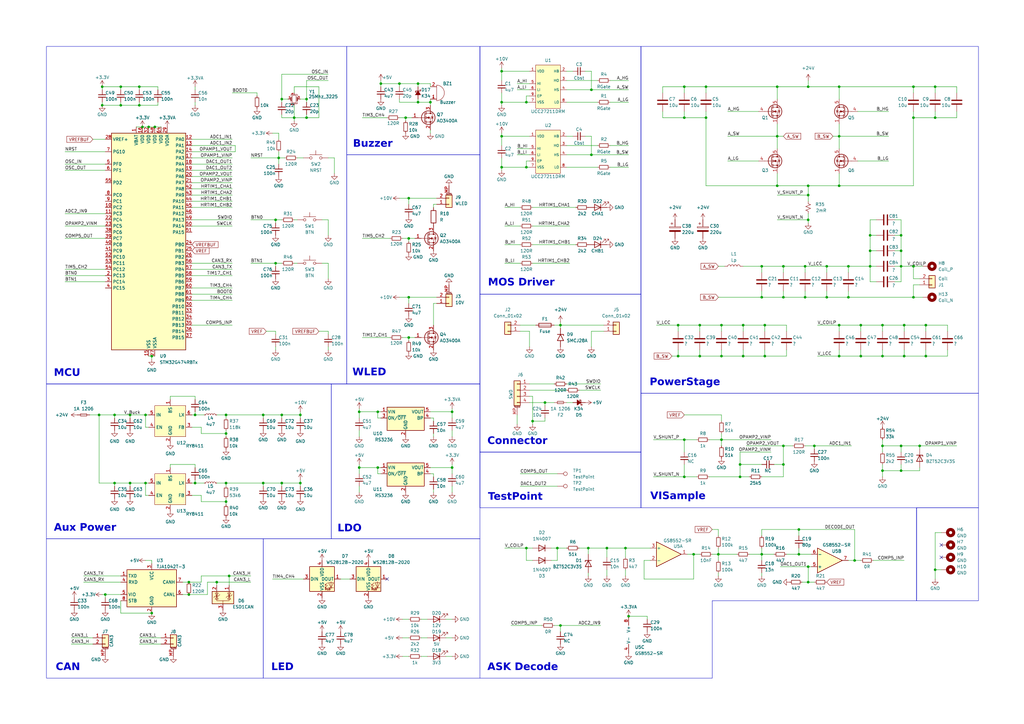
<source format=kicad_sch>
(kicad_sch (version 20231120) (generator "eeschema") (generator_version "8.0")
  (paper "A3")
  (junction (at 339.09 121.92))
  (junction (at 49.53 35.56))
  (junction (at 62.23 251.46))
  (junction (at 356.87 102.87))
  (junction (at 163.83 34.29))
  (junction (at 113.03 90.17))
  (junction (at 344.17 35.56))
  (junction (at 379.73 146.05))
  (junction (at 115.57 40.64))
  (junction (at 304.8 133.35))
  (junction (at 125.73 40.64))
  (junction (at 167.64 121.92))
  (junction (at 205.74 29.21))
  (junction (at 294.64 227.33))
  (junction (at 327.66 227.33))
  (junction (at 215.9 41.91))
  (junction (at 369.57 193.04))
  (junction (at 370.84 133.35))
  (junction (at 369.57 102.87))
  (junction (at 344.17 76.2))
  (junction (at 92.71 170.18))
  (junction (at 356.87 109.22))
  (junction (at 62.23 146.05))
  (junction (at 60.96 52.07))
  (junction (at 374.65 35.56))
  (junction (at 295.91 146.05))
  (junction (at 350.52 229.87))
  (junction (at 356.87 96.52))
  (junction (at 205.74 41.91))
  (junction (at 171.45 41.91))
  (junction (at 41.91 43.18))
  (junction (at 318.77 76.2))
  (junction (at 92.71 205.74))
  (junction (at 57.15 43.18))
  (junction (at 107.95 198.12))
  (junction (at 40.64 170.18))
  (junction (at 176.53 41.91))
  (junction (at 107.95 170.18))
  (junction (at 331.47 76.2))
  (junction (at 80.01 170.18))
  (junction (at 313.69 146.05))
  (junction (at 93.98 236.22))
  (junction (at 295.91 133.35))
  (junction (at 344.17 133.35))
  (junction (at 370.84 146.05))
  (junction (at 280.67 195.58))
  (junction (at 304.8 146.05))
  (junction (at 295.91 180.34))
  (junction (at 331.47 80.01))
  (junction (at 331.47 90.17))
  (junction (at 289.56 35.56))
  (junction (at 331.47 238.76))
  (junction (at 374.65 109.22))
  (junction (at 318.77 35.56))
  (junction (at 321.31 109.22))
  (junction (at 257.81 252.73))
  (junction (at 223.52 165.1))
  (junction (at 115.57 198.12))
  (junction (at 185.42 168.91))
  (junction (at 46.99 170.18))
  (junction (at 156.21 34.29))
  (junction (at 280.67 48.26))
  (junction (at 361.95 182.88))
  (junction (at 280.67 180.34))
  (junction (at 347.98 121.92))
  (junction (at 321.31 190.5))
  (junction (at 379.73 133.35))
  (junction (at 330.2 121.92))
  (junction (at 228.6 224.79))
  (junction (at 59.69 198.12))
  (junction (at 114.3 64.77))
  (junction (at 321.31 121.92))
  (junction (at 123.19 198.12))
  (junction (at 369.57 182.88))
  (junction (at 318.77 55.88))
  (junction (at 46.99 198.12))
  (junction (at 154.94 168.91))
  (junction (at 242.57 36.83))
  (junction (at 331.47 232.41))
  (junction (at 361.95 193.04))
  (junction (at 125.73 48.26))
  (junction (at 167.64 97.79))
  (junction (at 256.54 224.79))
  (junction (at 248.92 224.79))
  (junction (at 303.53 195.58))
  (junction (at 41.91 35.56))
  (junction (at 278.13 146.05))
  (junction (at 361.95 146.05))
  (junction (at 344.17 146.05))
  (junction (at 287.02 133.35))
  (junction (at 312.42 227.33))
  (junction (at 287.02 146.05))
  (junction (at 284.48 227.33))
  (junction (at 43.18 243.84))
  (junction (at 77.47 238.76))
  (junction (at 353.06 146.05))
  (junction (at 92.71 177.8))
  (junction (at 229.87 133.35))
  (junction (at 242.57 63.5))
  (junction (at 115.57 170.18))
  (junction (at 321.31 182.88))
  (junction (at 88.9 238.76))
  (junction (at 147.32 191.77))
  (junction (at 57.15 35.56))
  (junction (at 369.57 109.22))
  (junction (at 49.53 43.18))
  (junction (at 374.65 48.26))
  (junction (at 58.42 52.07))
  (junction (at 369.57 96.52))
  (junction (at 167.64 81.28))
  (junction (at 303.53 190.5))
  (junction (at 154.94 191.77))
  (junction (at 327.66 217.17))
  (junction (at 215.9 224.79))
  (junction (at 92.71 198.12))
  (junction (at 339.09 109.22))
  (junction (at 361.95 133.35))
  (junction (at 77.47 243.84))
  (junction (at 113.03 107.95))
  (junction (at 167.64 138.43))
  (junction (at 120.65 48.26))
  (junction (at 353.06 133.35))
  (junction (at 344.17 55.88))
  (junction (at 383.54 35.56))
  (junction (at 312.42 109.22))
  (junction (at 331.47 35.56))
  (junction (at 166.37 48.26))
  (junction (at 218.44 172.72))
  (junction (at 80.01 198.12))
  (junction (at 229.87 256.54))
  (junction (at 383.54 48.26))
  (junction (at 334.01 182.88))
  (junction (at 330.2 109.22))
  (junction (at 280.67 35.56))
  (junction (at 347.98 109.22))
  (junction (at 377.19 182.88))
  (junction (at 171.45 34.29))
  (junction (at 147.32 168.91))
  (junction (at 278.13 133.35))
  (junction (at 123.19 170.18))
  (junction (at 53.34 198.12))
  (junction (at 59.69 170.18))
  (junction (at 205.74 68.58))
  (junction (at 205.74 55.88))
  (junction (at 312.42 121.92))
  (junction (at 383.54 233.68))
  (junction (at 374.65 121.92))
  (junction (at 185.42 191.77))
  (junction (at 241.3 224.79))
  (junction (at 215.9 68.58))
  (junction (at 63.5 52.07))
  (junction (at 53.34 170.18))
  (junction (at 289.56 48.26))
  (junction (at 313.69 133.35))
  (no_connect (at 158.75 237.49))
  (no_connect (at 386.08 223.52))
  (no_connect (at 386.08 228.6))
  (wire (pts (xy 330.2 182.88) (xy 334.01 182.88)))
  (wire (pts (xy 287.02 143.51) (xy 287.02 146.05)))
  (wire (pts (xy 123.19 196.85) (xy 123.19 198.12)))
  (wire (pts (xy 232.41 165.1) (xy 234.95 165.1)))
  (wire (pts (xy 377.19 114.3) (xy 374.65 114.3)))
  (wire (pts (xy 295.91 133.35) (xy 304.8 133.35)))
  (wire (pts (xy 115.57 46.99) (xy 115.57 48.26)))
  (wire (pts (xy 78.74 80.01) (xy 95.25 80.01)))
  (wire (pts (xy 167.64 81.28) (xy 179.07 81.28)))
  (wire (pts (xy 237.49 224.79) (xy 241.3 224.79)))
  (wire (pts (xy 115.57 40.64) (xy 115.57 41.91)))
  (wire (pts (xy 356.87 115.57) (xy 356.87 109.22)))
  (wire (pts (xy 226.06 229.87) (xy 228.6 229.87)))
  (wire (pts (xy 331.47 87.63) (xy 331.47 90.17)))
  (wire (pts (xy 280.67 190.5) (xy 280.67 195.58)))
  (wire (pts (xy 147.32 201.93) (xy 147.32 199.39)))
  (wire (pts (xy 339.09 109.22) (xy 347.98 109.22)))
  (wire (pts (xy 123.19 198.12) (xy 123.19 199.39)))
  (wire (pts (xy 92.71 179.07) (xy 92.71 177.8)))
  (wire (pts (xy 256.54 224.79) (xy 266.7 224.79)))
  (wire (pts (xy 361.95 193.04) (xy 361.95 195.58)))
  (wire (pts (xy 218.44 107.95) (xy 233.68 107.95)))
  (wire (pts (xy 294.64 109.22) (xy 297.18 109.22)))
  (wire (pts (xy 95.25 120.65) (xy 78.74 120.65)))
  (wire (pts (xy 284.48 237.49) (xy 284.48 227.33)))
  (wire (pts (xy 177.8 179.07) (xy 177.8 177.8)))
  (wire (pts (xy 358.14 229.87) (xy 370.84 229.87)))
  (wire (pts (xy 46.99 198.12) (xy 53.34 198.12)))
  (wire (pts (xy 213.36 194.31) (xy 228.6 194.31)))
  (wire (pts (xy 212.09 60.96) (xy 217.17 60.96)))
  (wire (pts (xy 290.83 195.58) (xy 303.53 195.58)))
  (wire (pts (xy 205.74 41.91) (xy 205.74 38.1)))
  (wire (pts (xy 57.15 43.18) (xy 64.77 43.18)))
  (wire (pts (xy 215.9 68.58) (xy 205.74 68.58)))
  (wire (pts (xy 134.62 64.77) (xy 137.16 64.77)))
  (wire (pts (xy 379.73 143.51) (xy 379.73 146.05)))
  (wire (pts (xy 304.8 133.35) (xy 313.69 133.35)))
  (wire (pts (xy 377.19 191.77) (xy 377.19 193.04)))
  (wire (pts (xy 218.44 172.72) (xy 218.44 162.56)))
  (wire (pts (xy 124.46 64.77) (xy 121.92 64.77)))
  (wire (pts (xy 242.57 55.88) (xy 242.57 63.5)))
  (wire (pts (xy 120.65 38.1) (xy 120.65 35.56)))
  (wire (pts (xy 294.64 227.33) (xy 294.64 229.87)))
  (wire (pts (xy 167.64 139.7) (xy 167.64 138.43)))
  (wire (pts (xy 294.64 227.33) (xy 302.26 227.33)))
  (wire (pts (xy 250.19 33.02) (xy 257.81 33.02)))
  (wire (pts (xy 339.09 109.22) (xy 339.09 111.76)))
  (wire (pts (xy 369.57 102.87) (xy 369.57 96.52)))
  (wire (pts (xy 383.54 48.26) (xy 392.43 48.26)))
  (wire (pts (xy 154.94 191.77) (xy 147.32 191.77)))
  (wire (pts (xy 69.85 191.77) (xy 69.85 190.5)))
  (wire (pts (xy 278.13 133.35) (xy 287.02 133.35)))
  (wire (pts (xy 359.41 102.87) (xy 356.87 102.87)))
  (wire (pts (xy 134.62 30.48) (xy 115.57 30.48)))
  (wire (pts (xy 361.95 193.04) (xy 361.95 190.5)))
  (wire (pts (xy 247.65 135.89) (xy 242.57 135.89)))
  (wire (pts (xy 295.91 133.35) (xy 295.91 135.89)))
  (wire (pts (xy 304.8 133.35) (xy 304.8 135.89)))
  (wire (pts (xy 62.23 229.87) (xy 62.23 231.14)))
  (wire (pts (xy 177.8 201.93) (xy 177.8 200.66)))
  (wire (pts (xy 205.74 68.58) (xy 205.74 64.77)))
  (wire (pts (xy 370.84 133.35) (xy 379.73 133.35)))
  (wire (pts (xy 377.19 182.88) (xy 392.43 182.88)))
  (wire (pts (xy 78.74 110.49) (xy 95.25 110.49)))
  (wire (pts (xy 370.84 133.35) (xy 370.84 135.89)))
  (wire (pts (xy 344.17 55.88) (xy 364.49 55.88)))
  (wire (pts (xy 207.01 224.79) (xy 215.9 224.79)))
  (wire (pts (xy 321.31 182.88) (xy 325.12 182.88)))
  (wire (pts (xy 212.09 34.29) (xy 217.17 34.29)))
  (wire (pts (xy 374.65 45.72) (xy 374.65 48.26)))
  (wire (pts (xy 213.36 135.89) (xy 217.17 135.89)))
  (wire (pts (xy 167.64 121.92) (xy 167.64 124.46)))
  (wire (pts (xy 379.73 146.05) (xy 388.62 146.05)))
  (wire (pts (xy 331.47 76.2) (xy 331.47 80.01)))
  (wire (pts (xy 280.67 180.34) (xy 285.75 180.34)))
  (wire (pts (xy 339.09 119.38) (xy 339.09 121.92)))
  (wire (pts (xy 312.42 121.92) (xy 321.31 121.92)))
  (wire (pts (xy 123.19 168.91) (xy 123.19 170.18)))
  (wire (pts (xy 304.8 143.51) (xy 304.8 146.05)))
  (wire (pts (xy 78.74 175.26) (xy 82.55 175.26)))
  (wire (pts (xy 241.3 234.95) (xy 241.3 236.22)))
  (wire (pts (xy 228.6 224.79) (xy 232.41 224.79)))
  (wire (pts (xy 102.87 90.17) (xy 113.03 90.17)))
  (wire (pts (xy 321.31 121.92) (xy 321.31 119.38)))
  (wire (pts (xy 165.1 261.62) (xy 167.64 261.62)))
  (wire (pts (xy 271.78 35.56) (xy 280.67 35.56)))
  (wire (pts (xy 294.64 217.17) (xy 294.64 219.71)))
  (wire (pts (xy 374.65 35.56) (xy 374.65 38.1)))
  (wire (pts (xy 353.06 133.35) (xy 361.95 133.35)))
  (wire (pts (xy 242.57 36.83) (xy 257.81 36.83)))
  (wire (pts (xy 85.09 238.76) (xy 85.09 243.84)))
  (wire (pts (xy 115.57 170.18) (xy 115.57 171.45)))
  (wire (pts (xy 369.57 182.88) (xy 361.95 182.88)))
  (wire (pts (xy 80.01 168.91) (xy 80.01 170.18)))
  (wire (pts (xy 49.53 251.46) (xy 62.23 251.46)))
  (wire (pts (xy 331.47 90.17) (xy 331.47 91.44)))
  (wire (pts (xy 212.09 173.99) (xy 212.09 170.18)))
  (wire (pts (xy 207.01 92.71) (xy 213.36 92.71)))
  (wire (pts (xy 347.98 119.38) (xy 347.98 121.92)))
  (wire (pts (xy 92.71 205.74) (xy 92.71 204.47)))
  (wire (pts (xy 163.83 34.29) (xy 171.45 34.29)))
  (wire (pts (xy 318.77 76.2) (xy 318.77 71.12)))
  (wire (pts (xy 125.73 41.91) (xy 125.73 40.64)))
  (wire (pts (xy 275.59 146.05) (xy 278.13 146.05)))
  (wire (pts (xy 217.17 39.37) (xy 215.9 39.37)))
  (wire (pts (xy 218.44 85.09) (xy 236.22 85.09)))
  (wire (pts (xy 361.95 133.35) (xy 361.95 135.89)))
  (wire (pts (xy 80.01 190.5) (xy 80.01 191.77)))
  (wire (pts (xy 78.74 118.11) (xy 95.25 118.11)))
  (wire (pts (xy 284.48 227.33) (xy 281.94 227.33)))
  (wire (pts (xy 223.52 171.45) (xy 223.52 172.72)))
  (wire (pts (xy 167.64 121.92) (xy 179.07 121.92)))
  (wire (pts (xy 334.01 182.88) (xy 349.25 182.88)))
  (wire (pts (xy 304.8 109.22) (xy 312.42 109.22)))
  (wire (pts (xy 212.09 63.5) (xy 217.17 63.5)))
  (wire (pts (xy 361.95 182.88) (xy 361.95 185.42)))
  (wire (pts (xy 321.31 111.76) (xy 321.31 109.22)))
  (wire (pts (xy 356.87 102.87) (xy 356.87 109.22)))
  (wire (pts (xy 148.59 97.79) (xy 160.02 97.79)))
  (wire (pts (xy 166.37 49.53) (xy 166.37 48.26)))
  (wire (pts (xy 278.13 143.51) (xy 278.13 146.05)))
  (wire (pts (xy 78.74 77.47) (xy 95.25 77.47)))
  (wire (pts (xy 209.55 256.54) (xy 222.25 256.54)))
  (wire (pts (xy 78.74 82.55) (xy 95.25 82.55)))
  (wire (pts (xy 242.57 29.21) (xy 242.57 36.83)))
  (wire (pts (xy 335.28 133.35) (xy 344.17 133.35)))
  (wire (pts (xy 38.1 57.15) (xy 43.18 57.15)))
  (wire (pts (xy 120.65 107.95) (xy 121.92 107.95)))
  (wire (pts (xy 43.18 243.84) (xy 43.18 245.11)))
  (wire (pts (xy 115.57 48.26) (xy 120.65 48.26)))
  (wire (pts (xy 176.53 191.77) (xy 185.42 191.77)))
  (wire (pts (xy 353.06 133.35) (xy 353.06 135.89)))
  (wire (pts (xy 78.74 170.18) (xy 80.01 170.18)))
  (wire (pts (xy 269.24 133.35) (xy 278.13 133.35)))
  (wire (pts (xy 41.91 35.56) (xy 49.53 35.56)))
  (wire (pts (xy 232.41 63.5) (xy 242.57 63.5)))
  (wire (pts (xy 111.76 237.49) (xy 124.46 237.49)))
  (wire (pts (xy 330.2 121.92) (xy 339.09 121.92)))
  (wire (pts (xy 156.21 191.77) (xy 154.94 191.77)))
  (wire (pts (xy 78.74 92.71) (xy 95.25 92.71)))
  (wire (pts (xy 250.19 59.69) (xy 257.81 59.69)))
  (wire (pts (xy 361.95 143.51) (xy 361.95 146.05)))
  (wire (pts (xy 111.76 54.61) (xy 114.3 54.61)))
  (wire (pts (xy 26.67 113.03) (xy 43.18 113.03)))
  (wire (pts (xy 182.88 269.24) (xy 185.42 269.24)))
  (wire (pts (xy 318.77 90.17) (xy 331.47 90.17)))
  (wire (pts (xy 313.69 143.51) (xy 313.69 146.05)))
  (wire (pts (xy 205.74 29.21) (xy 217.17 29.21)))
  (wire (pts (xy 377.19 116.84) (xy 374.65 116.84)))
  (wire (pts (xy 163.83 35.56) (xy 163.83 34.29)))
  (wire (pts (xy 248.92 233.68) (xy 248.92 236.22)))
  (wire (pts (xy 57.15 35.56) (xy 64.77 35.56)))
  (wire (pts (xy 246.38 160.02) (xy 237.49 160.02)))
  (wire (pts (xy 212.09 36.83) (xy 217.17 36.83)))
  (wire (pts (xy 109.22 135.89) (xy 113.03 135.89)))
  (wire (pts (xy 318.77 55.88) (xy 321.31 55.88)))
  (wire (pts (xy 114.3 64.77) (xy 114.3 67.31)))
  (wire (pts (xy 280.67 35.56) (xy 289.56 35.56)))
  (wire (pts (xy 232.41 33.02) (xy 245.11 33.02)))
  (wire (pts (xy 331.47 76.2) (xy 344.17 76.2)))
  (wire (pts (xy 271.78 35.56) (xy 271.78 38.1)))
  (wire (pts (xy 88.9 198.12) (xy 92.71 198.12)))
  (wire (pts (xy 143.51 237.49) (xy 139.7 237.49)))
  (wire (pts (xy 60.96 203.2) (xy 59.69 203.2)))
  (wire (pts (xy 280.67 180.34) (xy 280.67 185.42)))
  (wire (pts (xy 367.03 109.22) (xy 369.57 109.22)))
  (wire (pts (xy 374.65 35.56) (xy 383.54 35.56)))
  (wire (pts (xy 156.21 34.29) (xy 163.83 34.29)))
  (wire (pts (xy 57.15 264.16) (xy 66.04 264.16)))
  (wire (pts (xy 298.45 55.88) (xy 318.77 55.88)))
  (wire (pts (xy 215.9 229.87) (xy 215.9 224.79)))
  (wire (pts (xy 327.66 227.33) (xy 332.74 227.33)))
  (wire (pts (xy 383.54 237.49) (xy 383.54 233.68)))
  (wire (pts (xy 377.19 182.88) (xy 377.19 184.15)))
  (wire (pts (xy 43.18 67.31) (xy 26.67 67.31)))
  (wire (pts (xy 163.83 41.91) (xy 171.45 41.91)))
  (wire (pts (xy 322.58 133.35) (xy 322.58 135.89)))
  (wire (pts (xy 64.77 43.18) (xy 64.77 41.91)))
  (wire (pts (xy 74.93 243.84) (xy 77.47 243.84)))
  (wire (pts (xy 374.65 109.22) (xy 378.46 109.22)))
  (wire (pts (xy 41.91 35.56) (xy 41.91 36.83)))
  (wire (pts (xy 334.01 182.88) (xy 334.01 184.15)))
  (wire (pts (xy 26.67 92.71) (xy 43.18 92.71)))
  (wire (pts (xy 379.73 133.35) (xy 379.73 135.89)))
  (wire (pts (xy 242.57 135.89) (xy 242.57 142.24)))
  (wire (pts (xy 256.54 233.68) (xy 256.54 236.22)))
  (wire (pts (xy 374.65 121.92) (xy 378.46 121.92)))
  (wire (pts (xy 125.73 33.02) (xy 125.73 40.64)))
  (wire (pts (xy 156.21 168.91) (xy 154.94 168.91)))
  (wire (pts (xy 134.62 90.17) (xy 134.62 96.52)))
  (wire (pts (xy 248.92 224.79) (xy 256.54 224.79)))
  (wire (pts (xy 179.07 124.46) (xy 177.8 124.46)))
  (wire (pts (xy 356.87 109.22) (xy 359.41 109.22)))
  (wire (pts (xy 80.01 170.18) (xy 83.82 170.18)))
  (wire (pts (xy 347.98 109.22) (xy 347.98 111.76)))
  (wire (pts (xy 250.19 68.58) (xy 257.81 68.58)))
  (wire (pts (xy 147.32 168.91) (xy 147.32 171.45)))
  (wire (pts (xy 320.04 232.41) (xy 331.47 232.41)))
  (wire (pts (xy 205.74 55.88) (xy 205.74 59.69)))
  (wire (pts (xy 298.45 66.04) (xy 311.15 66.04)))
  (wire (pts (xy 59.69 170.18) (xy 53.34 170.18)))
  (wire (pts (xy 205.74 69.85) (xy 205.74 68.58)))
  (wire (pts (xy 177.8 171.45) (xy 177.8 172.72)))
  (wire (pts (xy 82.55 203.2) (xy 82.55 205.74)))
  (wire (pts (xy 229.87 132.08) (xy 229.87 133.35)))
  (wire (pts (xy 361.95 146.05) (xy 370.84 146.05)))
  (wire (pts (xy 226.06 224.79) (xy 228.6 224.79)))
  (wire (pts (xy 92.71 170.18) (xy 107.95 170.18)))
  (wire (pts (xy 312.42 217.17) (xy 327.66 217.17)))
  (wire (pts (xy 295.91 172.72) (xy 295.91 170.18)))
  (wire (pts (xy 156.21 35.56) (xy 156.21 34.29)))
  (wire (pts (xy 46.99 170.18) (xy 46.99 171.45)))
  (wire (pts (xy 41.91 243.84) (xy 43.18 243.84)))
  (wire (pts (xy 115.57 170.18) (xy 123.19 170.18)))
  (wire (pts (xy 229.87 259.08) (xy 229.87 256.54)))
  (wire (pts (xy 359.41 115.57) (xy 356.87 115.57)))
  (wire (pts (xy 92.71 207.01) (xy 92.71 205.74)))
  (wire (pts (xy 295.91 143.51) (xy 295.91 146.05)))
  (wire (pts (xy 321.31 182.88) (xy 321.31 190.5)))
  (wire (pts (xy 114.3 64.77) (xy 116.84 64.77)))
  (wire (pts (xy 312.42 119.38) (xy 312.42 121.92)))
  (wire (pts (xy 370.84 143.51) (xy 370.84 146.05)))
  (wire (pts (xy 229.87 256.54) (xy 227.33 256.54)))
  (wire (pts (xy 207.01 100.33) (xy 213.36 100.33)))
  (wire (pts (xy 114.3 54.61) (xy 114.3 57.15)))
  (wire (pts (xy 229.87 133.35) (xy 247.65 133.35)))
  (wire (pts (xy 312.42 217.17) (xy 312.42 219.71)))
  (wire (pts (xy 120.65 43.18) (xy 120.65 48.26)))
  (wire (pts (xy 60.96 52.07) (xy 63.5 52.07)))
  (wire (pts (xy 215.9 66.04) (xy 215.9 68.58)))
  (wire (pts (xy 58.42 52.07) (xy 55.88 52.07)))
  (wire (pts (xy 78.74 203.2) (xy 82.55 203.2)))
  (wire (pts (xy 307.34 195.58) (xy 303.53 195.58)))
  (wire (pts (xy 78.74 113.03) (xy 95.25 113.03)))
  (wire (pts (xy 295.91 146.05) (xy 304.8 146.05)))
  (polyline (pts (xy 375.92 208.28) (xy 375.92 246.38)))
  (wire (pts (xy 347.98 121.92) (xy 374.65 121.92)))
  (wire (pts (xy 102.87 64.77) (xy 114.3 64.77)))
  (wire (pts (xy 312.42 109.22) (xy 321.31 109.22)))
  (wire (pts (xy 113.03 107.95) (xy 115.57 107.95)))
  (wire (pts (xy 242.57 63.5) (xy 257.81 63.5)))
  (wire (pts (xy 88.9 170.18) (xy 92.71 170.18)))
  (wire (pts (xy 228.6 229.87) (xy 228.6 224.79)))
  (wire (pts (xy 148.59 138.43) (xy 160.02 138.43)))
  (wire (pts (xy 82.55 175.26) (xy 82.55 177.8)))
  (wire (pts (xy 341.63 55.88) (xy 344.17 55.88)))
  (wire (pts (xy 229.87 133.35) (xy 229.87 134.62)))
  (wire (pts (xy 232.41 68.58) (xy 245.11 68.58)))
  (wire (pts (xy 367.03 90.17) (xy 369.57 90.17)))
  (wire (pts (xy 179.07 83.82) (xy 177.8 83.82)))
  (wire (pts (xy 240.03 29.21) (xy 242.57 29.21)))
  (wire (pts (xy 64.77 35.56) (xy 64.77 36.83)))
  (wire (pts (xy 331.47 238.76) (xy 328.93 238.76)))
  (wire (pts (xy 223.52 165.1) (xy 227.33 165.1)))
  (wire (pts (xy 369.57 193.04) (xy 377.19 193.04)))
  (wire (pts (xy 280.67 195.58) (xy 285.75 195.58)))
  (wire (pts (xy 374.65 48.26) (xy 374.65 76.2)))
  (wire (pts (xy 240.03 55.88) (xy 242.57 55.88)))
  (wire (pts (xy 57.15 41.91) (xy 57.15 43.18)))
  (wire (pts (xy 29.21 264.16) (xy 38.1 264.16)))
  (wire (pts (xy 374.65 48.26) (xy 383.54 48.26)))
  (wire (pts (xy 78.74 69.85) (xy 95.25 69.85)))
  (wire (pts (xy 266.7 229.87) (xy 264.16 229.87)))
  (wire (pts (xy 78.74 67.31) (xy 95.25 67.31)))
  (wire (pts (xy 147.32 167.64) (xy 147.32 168.91)))
  (wire (pts (xy 280.67 35.56) (xy 280.67 38.1)))
  (wire (pts (xy 147.32 190.5) (xy 147.32 191.77)))
  (wire (pts (xy 292.1 227.33) (xy 294.64 227.33)))
  (wire (pts (xy 182.88 254) (xy 185.42 254)))
  (wire (pts (xy 295.91 180.34) (xy 316.23 180.34)))
  (wire (pts (xy 289.56 35.56) (xy 318.77 35.56)))
  (wire (pts (xy 292.1 217.17) (xy 294.64 217.17)))
  (wire (pts (xy 287.02 146.05) (xy 295.91 146.05)))
  (wire (pts (xy 166.37 48.26) (xy 168.91 48.26)))
  (wire (pts (xy 49.53 246.38) (xy 49.53 251.46)))
  (wire (pts (xy 229.87 256.54) (xy 246.38 256.54)))
  (wire (pts (xy 318.77 80.01) (xy 331.47 80.01)))
  (wire (pts (xy 232.41 36.83) (xy 242.57 36.83)))
  (wire (pts (xy 318.77 55.88) (xy 318.77 60.96)))
  (wire (pts (xy 331.47 33.02) (xy 331.47 35.56)))
  (wire (pts (xy 294.64 224.79) (xy 294.64 227.33)))
  (wire (pts (xy 154.94 194.31) (xy 154.94 191.77)))
  (wire (pts (xy 163.83 81.28) (xy 167.64 81.28)))
  (wire (pts (xy 241.3 224.79) (xy 241.3 227.33)))
  (wire (pts (xy 123.19 170.18) (xy 123.19 171.45)))
  (wire (pts (xy 92.71 198.12) (xy 107.95 198.12)))
  (wire (pts (xy 232.41 41.91) (xy 245.11 41.91)))
  (wire (pts (xy 46.99 198.12) (xy 46.99 199.39)))
  (wire (pts (xy 163.83 48.26) (xy 166.37 48.26)))
  (wire (pts (xy 34.29 238.76) (xy 49.53 238.76)))
  (wire (pts (xy 78.74 64.77) (xy 95.25 64.77)))
  (wire (pts (xy 215.9 224.79) (xy 218.44 224.79)))
  (wire (pts (xy 115.57 198.12) (xy 123.19 198.12)))
  (polyline (pts (xy 292.1 278.13) (xy 292.1 246.38)))
  (wire (pts (xy 46.99 170.18) (xy 53.34 170.18)))
  (wire (pts (xy 113.03 107.95) (xy 113.03 109.22)))
  (wire (pts (xy 347.98 229.87) (xy 350.52 229.87)))
  (wire (pts (xy 227.33 133.35) (xy 229.87 133.35)))
  (wire (pts (xy 356.87 90.17) (xy 356.87 96.52)))
  (wire (pts (xy 171.45 34.29) (xy 176.53 34.29)))
  (wire (pts (xy 388.62 143.51) (xy 388.62 146.05)))
  (wire (pts (xy 369.57 109.22) (xy 369.57 102.87)))
  (wire (pts (xy 167.64 97.79) (xy 170.18 97.79)))
  (wire (pts (xy 278.13 133.35) (xy 278.13 135.89)))
  (wire (pts (xy 271.78 48.26) (xy 280.67 48.26)))
  (wire (pts (xy 167.64 99.06) (xy 167.64 97.79)))
  (wire (pts (xy 303.53 190.5) (xy 303.53 195.58)))
  (wire (pts (xy 154.94 168.91) (xy 147.32 168.91)))
  (wire (pts (xy 130.81 135.89) (xy 134.62 135.89)))
  (polyline (pts (xy 292.1 246.38) (xy 375.92 246.38)))
  (wire (pts (xy 171.45 35.56) (xy 171.45 34.29)))
  (wire (pts (xy 344.17 50.8) (xy 344.17 55.88)))
  (wire (pts (xy 327.66 219.71) (xy 327.66 217.17)))
  (wire (pts (xy 163.83 121.92) (xy 167.64 121.92)))
  (wire (pts (xy 113.03 142.24) (xy 113.03 143.51)))
  (wire (pts (xy 264.16 237.49) (xy 284.48 237.49)))
  (wire (pts (xy 313.69 133.35) (xy 313.69 135.89)))
  (wire (pts (xy 78.74 90.17) (xy 95.25 90.17)))
  (wire (pts (xy 218.44 100.33) (xy 236.22 100.33)))
  (wire (pts (xy 115.57 30.48) (xy 115.57 40.64)))
  (wire (pts (xy 60.96 175.26) (xy 59.69 175.26)))
  (wire (pts (xy 353.06 146.05) (xy 361.95 146.05)))
  (wire (pts (xy 383.54 218.44) (xy 383.54 233.68)))
  (wire (pts (xy 167.64 138.43) (xy 170.18 138.43)))
  (wire (pts (xy 379.73 133.35) (xy 388.62 133.35)))
  (wire (pts (xy 280.67 45.72) (xy 280.67 48.26)))
  (wire (pts (xy 147.32 191.77) (xy 147.32 194.31)))
  (wire (pts (xy 327.66 217.17) (xy 350.52 217.17)))
  (wire (pts (xy 217.17 68.58) (xy 215.9 68.58)))
  (wire (pts (xy 185.42 191.77) (xy 185.42 194.31)))
  (wire (pts (xy 80.01 35.56) (xy 80.01 36.83)))
  (wire (pts (xy 125.73 46.99) (xy 125.73 48.26)))
  (wire (pts (xy 232.41 29.21) (xy 234.95 29.21)))
  (wire (pts (xy 356.87 96.52) (xy 356.87 102.87)))
  (wire (pts (xy 80.01 41.91) (xy 80.01 43.18)))
  (wire (pts (xy 163.83 40.64) (xy 163.83 41.91)))
  (wire (pts (xy 132.08 107.95) (xy 134.62 107.95)))
  (wire (pts (xy 359.41 90.17) (xy 356.87 90.17)))
  (wire (pts (xy 318.77 50.8) (xy 318.77 55.88)))
  (wire (pts (xy 215.9 39.37) (xy 215.9 41.91)))
  (wire (pts (xy 351.79 45.72) (xy 364.49 45.72)))
  (wire (pts (xy 49.53 41.91) (xy 49.53 43.18)))
  (wire (pts (xy 377.19 182.88) (xy 369.57 182.88)))
  (wire (pts (xy 213.36 133.35) (xy 219.71 133.35)))
  (wire (pts (xy 156.21 171.45) (xy 154.94 171.45)))
  (wire (pts (xy 49.53 35.56) (xy 49.53 36.83)))
  (wire (pts (xy 271.78 45.72) (xy 271.78 48.26)))
  (polyline (pts (xy 196.85 278.13) (xy 292.1 278.13)))
  (wire (pts (xy 213.36 199.39) (xy 228.6 199.39)))
  (wire (pts (xy 386.08 218.44) (xy 383.54 218.44)))
  (wire (pts (xy 92.71 171.45) (xy 92.71 170.18)))
  (wire (pts (xy 88.9 238.76) (xy 102.87 238.76)))
  (wire (pts (xy 350.52 229.87) (xy 353.06 229.87)))
  (wire (pts (xy 218.44 92.71) (xy 233.68 92.71)))
  (wire (pts (xy 278.13 146.05) (xy 287.02 146.05)))
  (wire (pts (xy 207.01 107.95) (xy 213.36 107.95)))
  (wire (pts (xy 177.8 124.46) (xy 177.8 133.35)))
  (wire (pts (xy 113.03 90.17) (xy 113.03 91.44)))
  (wire (pts (xy 322.58 227.33) (xy 327.66 227.33)))
  (wire (pts (xy 312.42 224.79) (xy 312.42 227.33)))
  (wire (pts (xy 134.62 135.89) (xy 134.62 137.16)))
  (wire (pts (xy 120.65 48.26) (xy 120.65 49.53)))
  (wire (pts (xy 369.57 115.57) (xy 369.57 109.22)))
  (wire (pts (xy 284.48 227.33) (xy 287.02 227.33)))
  (wire (pts (xy 335.28 146.05) (xy 344.17 146.05)))
  (wire (pts (xy 36.83 170.18) (xy 40.64 170.18)))
  (wire (pts (xy 392.43 35.56) (xy 392.43 38.1)))
  (wire (pts (xy 154.94 171.45) (xy 154.94 168.91)))
  (wire (pts (xy 105.41 38.1) (xy 105.41 39.37)))
  (wire (pts (xy 130.81 35.56) (xy 130.81 48.26)))
  (wire (pts (xy 298.45 45.72) (xy 311.15 45.72)))
  (wire (pts (xy 280.67 48.26) (xy 289.56 48.26)))
  (wire (pts (xy 165.1 254) (xy 167.64 254)))
  (wire (pts (xy 295.91 180.34) (xy 295.91 182.88)))
  (wire (pts (xy 92.71 199.39) (xy 92.71 198.12)))
  (wire (pts (xy 176.53 194.31) (xy 177.8 194.31)))
  (wire (pts (xy 287.02 133.35) (xy 295.91 133.35)))
  (wire (pts (xy 383.54 35.56) (xy 383.54 38.1)))
  (wire (pts (xy 369.57 109.22) (xy 374.65 109.22)))
  (wire (pts (xy 58.42 52.07) (xy 60.96 52.07)))
  (wire (pts (xy 392.43 48.26) (xy 392.43 45.72)))
  (wire (pts (xy 265.43 252.73) (xy 265.43 254)))
  (wire (pts (xy 330.2 111.76) (xy 330.2 109.22)))
  (wire (pts (xy 107.95 170.18) (xy 115.57 170.18)))
  (wire (pts (xy 26.67 69.85) (xy 43.18 69.85)))
  (wire (pts (xy 80.01 198.12) (xy 83.82 198.12)))
  (wire (pts (xy 295.91 177.8) (xy 295.91 180.34)))
  (wire (pts (xy 205.74 43.18) (xy 205.74 41.91)))
  (wire (pts (xy 264.16 229.87) (xy 264.16 237.49)))
  (wire (pts (xy 307.34 227.33) (xy 312.42 227.33)))
  (wire (pts (xy 175.26 254) (xy 172.72 254)))
  (wire (pts (xy 369.57 182.88) (xy 369.57 185.42)))
  (wire (pts (xy 347.98 109.22) (xy 356.87 109.22)))
  (wire (pts (xy 232.41 55.88) (xy 234.95 55.88)))
  (wire (pts (xy 207.01 85.09) (xy 213.36 85.09)))
  (wire (pts (xy 318.77 35.56) (xy 331.47 35.56)))
  (wire (pts (xy 82.55 236.22) (xy 82.55 238.76)))
  (wire (pts (xy 318.77 76.2) (xy 331.47 76.2)))
  (wire (pts (xy 303.53 185.42) (xy 316.23 185.42)))
  (wire (pts (xy 246.38 157.48) (xy 232.41 157.48)))
  (wire (pts (xy 322.58 143.51) (xy 322.58 146.05)))
  (wire (pts (xy 185.42 201.93) (xy 185.42 199.39)))
  (wire (pts (xy 312.42 234.95) (xy 312.42 236.22)))
  (wire (pts (xy 294.64 121.92) (xy 312.42 121.92)))
  (wire (pts (xy 82.55 177.8) (xy 92.71 177.8)))
  (wire (pts (xy 40.64 170.18) (xy 40.64 198.12)))
  (wire (pts (xy 107.95 198.12) (xy 107.95 199.39)))
  (wire (pts (xy 205.74 27.94) (xy 205.74 29.21)))
  (wire (pts (xy 26.67 97.79) (xy 43.18 97.79)))
  (wire (pts (xy 93.98 236.22) (xy 93.98 240.03)))
  (wire (pts (xy 370.84 146.05) (xy 379.73 146.05)))
  (wire (pts (xy 374.65 116.84) (xy 374.65 121.92)))
  (wire (pts (xy 165.1 269.24) (xy 167.64 269.24)))
  (wire (pts (xy 132.08 90.17) (xy 134.62 90.17)))
  (wire (pts (xy 294.64 234.95) (xy 294.64 236.22)))
  (wire (pts (xy 217.17 41.91) (xy 215.9 41.91)))
  (wire (pts (xy 289.56 76.2) (xy 318.77 76.2)))
  (wire (pts (xy 113.03 135.89) (xy 113.03 137.16)))
  (wire (pts (xy 331.47 35.56) (xy 344.17 35.56)))
  (wire (pts (xy 185.42 190.5) (xy 185.42 191.77)))
  (wire (pts (xy 388.62 133.35) (xy 388.62 135.89)))
  (wire (pts (xy 40.64 170.18) (xy 46.99 170.18)))
  (wire (pts (xy 289.56 48.26) (xy 289.56 76.2)))
  (wire (pts (xy 177.8 83.82) (xy 177.8 85.09)))
  (wire (pts (xy 171.45 41.91) (xy 176.53 41.91)))
  (wire (pts (xy 331.47 232.41) (xy 331.47 238.76)))
  (wire (pts (xy 78.74 57.15) (xy 95.25 57.15)))
  (wire (pts (xy 88.9 238.76) (xy 88.9 240.03)))
  (wire (pts (xy 78.74 123.19) (xy 95.25 123.19)))
  (wire (pts (xy 78.74 198.12) (xy 80.01 198.12)))
  (wire (pts (xy 49.53 43.18) (xy 57.15 43.18)))
  (wire (pts (xy 59.69 229.87) (xy 62.23 229.87)))
  (wire (pts (xy 167.64 81.28) (xy 167.64 83.82)))
  (wire (pts (xy 344.17 35.56) (xy 374.65 35.56)))
  (wire (pts (xy 312.42 195.58) (xy 321.31 195.58)))
  (wire (pts (xy 361.95 133.35) (xy 370.84 133.35)))
  (wire (pts (xy 165.1 138.43) (xy 167.64 138.43)))
  (wire (pts (xy 102.87 107.95) (xy 113.03 107.95)))
  (wire (pts (xy 130.81 48.26) (xy 125.73 48.26)))
  (wire (pts (xy 125.73 48.26) (xy 120.65 48.26)))
  (wire (pts (xy 289.56 35.56) (xy 289.56 38.1)))
  (wire (pts (xy 344.17 143.51) (xy 344.17 146.05)))
  (wire (pts (xy 156.21 33.02) (xy 156.21 34.29)))
  (wire (pts (xy 218.44 172.72) (xy 223.52 172.72)))
  (wire (pts (xy 176.53 171.45) (xy 177.8 171.45)))
  (wire (pts (xy 359.41 96.52) (xy 356.87 96.52)))
  (wire (pts (xy 80.01 196.85) (xy 80.01 198.12)))
  (wire (pts (xy 280.67 170.18) (xy 295.91 170.18)))
  (wire (pts (xy 344.17 76.2) (xy 374.65 76.2)))
  (wire (pts (xy 175.26 269.24) (xy 172.72 269.24)))
  (wire (pts (xy 257.81 252.73) (xy 265.43 252.73)))
  (wire (pts (xy 176.53 34.29) (xy 176.53 35.56)))
  (wire (pts (xy 344.17 55.88) (xy 344.17 60.96)))
  (wire (pts (xy 95.25 38.1) (xy 105.41 38.1)))
  (wire (pts (xy 156.21 194.31) (xy 154.94 194.31)))
  (wire (pts (xy 114.3 62.23) (xy 114.3 64.77)))
  (wire (pts (xy 369.57 193.04) (xy 361.95 193.04)))
  (wire (pts (xy 147.32 179.07) (xy 147.32 176.53)))
  (wire (pts (xy 115.57 40.64) (xy 118.11 40.64)))
  (wire (pts (xy 331.47 238.76) (xy 334.01 238.76)))
  (wire (pts (xy 250.19 41.91) (xy 257.81 41.91)))
  (wire (pts (xy 267.97 195.58) (xy 280.67 195.58)))
  (wire (pts (xy 69.85 163.83) (xy 69.85 162.56)))
  (wire (pts (xy 306.07 182.88) (xy 321.31 182.88)))
  (wire (pts (xy 92.71 177.8) (xy 92.71 176.53)))
  (wire (pts (xy 59.69 198.12) (xy 59.69 203.2)))
  (wire (pts (xy 267.97 180.34) (xy 280.67 180.34)))
  (wire (pts (xy 353.06 143.51) (xy 353.06 146.05)))
  (wire (pts (xy 82.55 236.22) (xy 93.98 236.22)))
  (wire (pts (xy 60.96 170.18) (xy 59.69 170.18)))
  (wire (pts (xy 176.53 54.61) (xy 176.53 53.34)))
  (wire (pts (xy 49.53 35.56) (xy 57.15 35.56)))
  (wire (pts (xy 57.15 35.56) (xy 57.15 36.83)))
  (wire (pts (xy 34.29 236.22) (xy 49.53 236.22)))
  (wire (pts (xy 69.85 162.56) (xy 80.01 162.56)))
  (wire (pts (xy 165.1 97.79) (xy 167.64 97.79)))
  (wire (pts (xy 313.69 146.05) (xy 322.58 146.05)))
  (wire (pts (xy 63.5 146.05) (xy 62.23 146.05)))
  (wire (pts (xy 330.2 121.92) (xy 330.2 119.38)))
  (wire (pts (xy 287.02 133.35) (xy 287.02 135.89)))
  (wire (pts (xy 351.79 66.04) (xy 364.49 66.04)))
  (wire (pts (xy 29.21 261.62) (xy 38.1 261.62)))
  (wire (pts (xy 241.3 224.79) (xy 248.92 224.79)))
  (wire (pts (xy 78.74 107.95) (xy 95.25 107.95)))
  (wire (pts (xy 185.42 168.91) (xy 185.42 171.45)))
  (wire (pts (xy 321.31 109.22) (xy 330.2 109.22)))
  (wire (pts (xy 303.53 185.42) (xy 303.53 190.5)))
  (wire (pts (xy 78.74 59.69) (xy 96.52 59.69)))
  (wire (pts (xy 321.31 121.92) (xy 330.2 121.92)))
  (wire (pts (xy 26.67 87.63) (xy 43.18 87.63)))
  (wire (pts (xy 185.42 167.64) (xy 185.42 168.91)))
  (wire (pts (xy 120.65 90.17) (xy 121.92 90.17)))
  (wire (pts (xy 113.03 90.17) (xy 115.57 90.17)))
  (wire (pts (xy 248.92 224.79) (xy 248.92 228.6)))
  (wire (pts (xy 374.65 109.22) (xy 374.65 114.3)))
  (wire (pts (xy 63.5 52.07) (xy 66.04 52.07)))
  (wire (pts (xy 78.74 85.09) (xy 95.25 85.09)))
  (wire (pts (xy 125.73 33.02) (xy 134.62 33.02)))
  (wire (pts (xy 369.57 96.52) (xy 369.57 90.17)))
  (wire (pts (xy 77.47 243.84) (xy 85.09 243.84)))
  (wire (pts (xy 120.65 35.56) (xy 130.81 35.56)))
  (wire (pts (xy 148.59 48.26) (xy 158.75 48.26)))
  (wire (pts (xy 115.57 198.12) (xy 115.57 199.39)))
  (wire (pts (xy 26.67 115.57) (xy 43.18 115.57)))
  (wire (pts (xy 82.55 205.74) (xy 92.71 205.74)))
  (wire (pts (xy 350.52 229.87) (xy 350.52 217.17)))
  (wire (pts (xy 171.45 40.64) (xy 171.45 41.91)))
  (wire (pts (xy 62.23 147.32) (xy 62.23 146.05)))
  (wire (pts (xy 134.62 107.95) (xy 134.62 114.3)))
  (wire (pts (xy 344.17 133.35) (xy 353.06 133.35)))
  (wire (pts (xy 41.91 41.91) (xy 41.91 43.18)))
  (wire (pts (xy 62.23 146.05) (xy 60.96 146.05)))
  (wire (pts (xy 312.42 227.33) (xy 317.5 227.33)))
  (wire (pts (xy 175.26 261.62) (xy 172.72 261.62)))
  (wire (pts (xy 123.19 40.64) (xy 125.73 40.64)))
  (wire (pts (xy 77.47 238.76) (xy 74.93 238.76)))
  (wire (pts (xy 317.5 190.5) (xy 321.31 190.5)))
  (wire (pts (xy 69.85 190.5) (xy 80.01 190.5)))
  (wire (pts (xy 78.74 133.35) (xy 95.25 133.35)))
  (wire (pts (xy 218.44 229.87) (xy 215.9 229.87)))
  (wire (pts (xy 26.67 62.23) (xy 43.18 62.23)))
  (wire (pts (xy 332.74 232.41) (xy 331.47 232.41)))
  (wire (pts (xy 369.57 190.5) (xy 369.57 193.04)))
  (wire (pts (xy 107.95 198.12) (xy 115.57 198.12)))
  (wire (pts (xy 344.17 71.12) (xy 344.17 76.2)))
  (wire (pts (xy 93.98 236.22) (xy 102.87 236.22)))
  (wire (pts (xy 134.62 142.24) (xy 134.62 143.51)))
  (wire (pts (xy 217.17 66.04) (xy 215.9 66.04)))
  (wire (pts (xy 304.8 146.05) (xy 313.69 146.05)))
  (wire (pts (xy 40.64 198.12) (xy 46.99 198.12)))
  (wire (pts (xy 85.09 238.76) (xy 88.9 238.76)))
  (wire (pts (xy 60.96 198.12) (xy 59.69 198.12)))
  (wire (pts (xy 313.69 133.35) (xy 322.58 133.35)))
  (wire (pts (xy 57.15 261.62) (xy 66.04 261.62)))
  (wire (pts (xy 321.31 190.5) (xy 321.31 195.58)))
  (wire (pts (xy 41.91 43.18) (xy 49.53 43.18)))
  (wire (pts (xy 344.17 146.05) (xy 353.06 146.05)))
  (wire (pts (xy 182.88 261.62) (xy 185.42 261.62)))
  (wire (pts (xy 290.83 180.34) (xy 295.91 180.34)))
  (wire (pts (xy 80.01 162.56) (xy 80.01 163.83)))
  (wire (pts (xy 185.42 179.07) (xy 185.42 176.53)))
  (wire (pts (xy 217.17 162.56) (xy 218.44 162.56)))
  (wire (pts (xy 59.69 170.18) (xy 59.69 175.26)))
  (wire (pts (xy 218.44 172.72) (xy 218.44 173.99)))
  (wire (pts (xy 59.69 198.12) (xy 53.34 198.12)))
  (wire (pts (xy 176.53 40.64) (xy 176.53 41.91)))
  (wire (pts (xy 43.18 243.84) (xy 49.53 243.84)))
  (wire (pts (xy 53.34 170.18) (xy 53.34 171.45)))
  (wire (pts (xy 227.33 157.48) (xy 217.17 157.48)))
  (wire (pts (xy 177.8 194.31) (xy 177.8 195.58)))
  (wire (pts (xy 367.03 96.52) (xy 369.57 96.52)))
  (wire (pts (xy 205.74 55.88) (xy 217.17 55.88)))
  (wire (pts (xy 383.54 35.56) (xy 392.43 35.56)))
  (wire (pts (xy 205.74 29.21) (xy 205.74 33.02)))
  (wire (pts (xy 215.9 41.91) (xy 205.74 41.91)))
  (wire (pts (xy 327.66 224.79) (xy 327.66 227.33)))
  (wire (pts (xy 289.56 48.26) (xy 289.56 45.72)))
  (wire (pts (xy 176.53 41.91) (xy 176.53 43.18)))
  (wire (pts (xy 383.54 45.72) (xy 383.54 48.26)))
  (wire (pts (xy 217.17 135.89) (xy 217.17 142.24)))
  (wire (pts (xy 303.53 190.5) (xy 312.42 190.5)))
  (wire (pts (xy 312.42 109.22) (xy 312.42 111.76)))
  (wire (pts (xy 78.74 72.39) (xy 95.25 72.39)))
  (wire (pts (xy 217.17 160.02) (xy 232.41 160.02)))
  (wire (pts (xy 330.2 109.22) (xy 339.09 109.22)))
  (wire (pts (xy 339.09 121.92) (xy 347.98 121.92)))
  (wire (pts (xy 53.34 198.12) (xy 53.34 199.39)))
  (wire (pts (xy 107.95 170.18) (xy 107.95 171.45)))
  (wire (pts (xy 96.52 62.23) (xy 96.52 59.69)))
  (wire (pts (xy 205.74 54.61) (xy 205.74 55.88)))
  (wire (pts (xy 367.03 102.87) (xy 369.57 102.87)))
  (wire (pts (xy 367.03 115.57) (xy 369.57 115.57)))
  (wire (pts (xy 318.77 40.64) (xy 318.77 35.56)))
  (wire (pts (xy 256.54 224.79) (xy 256.54 228.6)))
  (wire (pts (xy 26.67 110.49) (xy 43.18 110.49)))
  (wire (pts (xy 137.16 64.77) (xy 137.16 71.12)))
  (wire (pts (xy 176.53 168.91) (xy 185.42 168.91)))
  (wire (pts (xy 383.54 233.68) (xy 386.08 233.68)))
  (wire (pts (xy 223.52 166.37) (xy 223.52 165.1)))
  (wire (pts (xy 312.42 227.33) (xy 312.42 229.87)))
  (wire (pts (xy 82.55 238.76) (xy 77.47 238.76)))
  (wire (pts (xy 78.74 62.23) (xy 96.52 62.23)))
  (wire (pts (xy 217.17 165.1) (xy 223.52 165.1)))
  (wire (pts (xy 361.95 180.34) (xy 361.95 182.88)))
  (wire (pts (xy 344.17 133.35) (xy 344.17 135.89)))
  (wire (pts (xy 232.41 59.69) (xy 245.11 59.69)))
  (wire (pts (xy 78.74 74.93) (xy 95.25 74.93)))
  (wire (pts (xy 331.47 80.01) (xy 331.47 82.55)))
  (wire (pts (xy 344.17 35.56) (xy 344.17 40.64)))
  (rectangle (start 196.85 120.65) (end 262.89 185.42))
  (rectangle (start 375.92 208.28) (end 401.32 246.38))
  (rectangle (start 262.89 161.29) (end 401.32 208.28))
  (rectangle (start 142.24 19.05) (end 196.85 63.5))
  (rectangle (start 19.05 157.48) (end 135.89 220.98))
  (rectangle (start 142.24 63.5) (end 196.85 157.48))
  (rectangle (start 196.85 19.05) (end 262.89 120.65))
  (rectangle (start 19.05 220.98) (end 107.95 278.13))
  (rectangle (start 135.89 157.48) (end 196.85 220.98))
  (rectangle (start 19.05 19.05) (end 142.24 157.48))
  (rectangle (start 196.85 185.42) (end 262.89 208.28))
  (rectangle (start 107.95 220.98) (end 196.85 278.13))
  (rectangle (start 262.89 19.05) (end 401.32 161.29))
  (text "VISample" (at 266.7 206.248 0) (effects (font (size 3.048 3.048) (thickness 0.508) (bold yes)) (justify left bottom)))
  (text "TestPoint" (at 200.152 206.502 0) (effects (font (size 3.048 3.048) (thickness 0.508) (bold yes)) (justify left bottom)))
  (text "LED" (at 111.252 276.352 0) (effects (font (size 3.048 3.048) (thickness 0.508) (bold yes)) (justify left bottom)))
  (text "Aux Power" (at 22.098 219.202 0) (effects (font (size 3.048 3.048) (thickness 0.508) (bold yes)) (justify left bottom)))
  (text "PowerStage" (at 266.446 159.512 0) (effects (font (size 3.048 3.048) (thickness 0.508) (bold yes)) (justify left bottom)))
  (text "MCU" (at 22.098 155.702 0) (effects (font (size 3.048 3.048) (thickness 0.508) (bold yes)) (justify left bottom)))
  (text "Connector" (at 199.898 183.642 0) (effects (font (size 3.048 3.048) (thickness 0.508) (bold yes)) (justify left bottom)))
  (text "WLED" (at 144.526 155.448 0) (effects (font (size 3.048 3.048) (thickness 0.508) (bold yes)) (justify left bottom)))
  (text "Buzzer" (at 144.78 61.722 0) (effects (font (size 3.048 3.048) (thickness 0.508) (bold yes)) (justify left bottom)))
  (text "LDO" (at 138.43 219.456 0) (effects (font (size 3.048 3.048) (thickness 0.508) (bold yes)) (justify left bottom)))
  (text "ASK Decode" (at 199.898 276.352 0) (effects (font (size 3.048 3.048) (thickness 0.508) (bold yes)) (justify left bottom)))
  (text "MOS Driver" (at 200.152 118.618 0) (effects (font (size 3.048 3.048) (thickness 0.508) (bold yes)) (justify left bottom)))
  (text "CAN" (at 22.86 276.352 0) (effects (font (size 3.048 3.048) (thickness 0.508) (bold yes)) (justify left bottom)))
  (label "B_HG" (at 257.81 59.69 180))
  (label "A_LG" (at 298.45 66.04 0))
  (label "HRTIM1_CHB1" (at 95.25 82.55 180))
  (label "BTN0" (at 26.67 113.03 0))
  (label "V_SHUNT_N" (at 267.97 195.58 0))
  (label "BOOT0" (at 95.25 38.1 0))
  (label "TIM4_CH4" (at 111.76 237.49 0))
  (label "V_LCC" (at 335.28 146.05 0))
  (label "NRST" (at 102.87 64.77 0))
  (label "DECODE_OUT" (at 350.52 217.17 180))
  (label "CAN3_TX" (at 95.25 110.49 180))
  (label "CAN3_L" (at 57.15 261.62 0))
  (label "TIM17_CH1" (at 148.59 138.43 0))
  (label "B_HI" (at 212.09 60.96 0))
  (label "TIM17_CH1" (at 95.25 113.03 180))
  (label "ADC2_IN9" (at 246.38 256.54 180))
  (label "ADC1_IN2" (at 95.25 59.69 180))
  (label "HRTIM1_CHB2" (at 233.68 107.95 180))
  (label "OPAMP2_VINP" (at 316.23 180.34 180))
  (label "HRTIM1_CHB1" (at 220.98 100.33 0))
  (label "DAC1_OUT1" (at 95.25 67.31 180))
  (label "HRTIM1_CHA1" (at 95.25 77.47 180))
  (label "COMP5_OUT" (at 213.36 194.31 0))
  (label "CAN3_H" (at 57.15 264.16 0))
  (label "CAN3_L" (at 29.21 261.62 0))
  (label "TIM3_CH4" (at 95.25 118.11 180))
  (label "B_SW" (at 364.49 55.88 180))
  (label "TIM5_CH2" (at 26.67 110.49 0))
  (label "A_SW" (at 257.81 36.83 180))
  (label "OPAMP2_VOUT" (at 95.25 72.39 180))
  (label "A_HI" (at 207.01 85.09 0))
  (label "A_HG" (at 298.45 45.72 0))
  (label "HRTIM1_CHB2" (at 95.25 85.09 180))
  (label "DAC1_OUT2" (at 213.36 199.39 0))
  (label "BTN1" (at 102.87 107.95 0))
  (label "B_LI" (at 212.09 63.5 0))
  (label "B_LI" (at 207.01 107.95 0))
  (label "CAN3_RX" (at 34.29 238.76 0))
  (label "SWCLK" (at 246.38 160.02 180))
  (label "SWDIO" (at 246.38 157.48 180))
  (label "V_SHUNT_N" (at 318.77 90.17 0))
  (label "CAN3_H" (at 29.21 264.16 0))
  (label "OSC_IN" (at 134.62 30.48 180))
  (label "OPAMP2_VINM" (at 26.67 92.71 0))
  (label "V_SHUNT_P" (at 267.97 180.34 0))
  (label "HRTIM1_CHA1" (at 220.98 85.09 0))
  (label "OPAMP2_VOUT" (at 306.07 182.88 0))
  (label "A_HG" (at 257.81 33.02 180))
  (label "BTN0" (at 102.87 90.17 0))
  (label "DAC1_OUT2" (at 95.25 69.85 180))
  (label "A_SW" (at 298.45 55.88 0))
  (label "CAN3_H" (at 102.87 236.22 180))
  (label "HRTIM1_CHA2" (at 233.68 92.71 180))
  (label "TIM3_CH4" (at 148.59 48.26 0))
  (label "B_HI" (at 207.01 100.33 0))
  (label "CAN3_RX" (at 95.25 107.95 180))
  (label "COMP5_OUT" (at 26.67 97.79 0))
  (label "TIM5_CH2" (at 148.59 97.79 0))
  (label "OSC_OUT" (at 134.62 33.02 180))
  (label "OPAMP1_VINP" (at 95.25 64.77 180))
  (label "DAC1_OUT1" (at 320.04 232.41 0))
  (label "CAN3_L" (at 102.87 238.76 180))
  (label "OPAMP2_VINP" (at 95.25 74.93 180))
  (label "COMP5_INP" (at 95.25 133.35 180))
  (label "A_LG" (at 257.81 41.91 180))
  (label "V_SHUNT_P" (at 318.77 80.01 0))
  (label "BTN1" (at 26.67 115.57 0))
  (label "BOOT0" (at 95.25 120.65 180))
  (label "COMP5_INP" (at 209.55 256.54 0))
  (label "V_COILP" (at 372.11 109.22 0))
  (label "V_LCC" (at 269.24 133.35 0))
  (label "OSC_OUT" (at 26.67 69.85 0))
  (label "B_SW" (at 257.81 63.5 180))
  (label "V_COILP" (at 207.01 224.79 0))
  (label "SWCLK" (at 95.25 92.71 180))
  (label "TIM4_CH4" (at 95.25 123.19 180))
  (label "OPAMP2_VINM" (at 316.23 185.42 180))
  (label "ADC1_IN1" (at 349.25 182.88 180))
  (label "OSC_IN" (at 26.67 67.31 0))
  (label "COMP5_INP" (at 370.84 229.87 180))
  (label "B_LG" (at 364.49 66.04 180))
  (label "A_LI" (at 212.09 36.83 0))
  (label "HRTIM1_CHA2" (at 95.25 80.01 180))
  (label "B_HG" (at 364.49 45.72 180))
  (label "A_LI" (at 207.01 92.71 0))
  (label "V_Buck" (at 50.8 170.18 0))
  (label "SWDIO" (at 95.25 90.17 180))
  (label "CAN3_TX" (at 34.29 236.22 0))
  (label "V_LCC" (at 331.47 109.22 0))
  (label "OPAMP1_VOUT" (at 95.25 62.23 180))
  (label "ADC2_IN9" (at 26.67 87.63 0))
  (label "OPAMP1_VINP" (at 392.43 182.88 180))
  (label "B_LG" (at 257.81 68.58 180))
  (label "A_HI" (at 212.09 34.29 0))
  (label "ADC1_IN1" (at 95.25 57.15 180))
  (label "V_COILP" (at 335.28 133.35 0))
  (label "NRST" (at 26.67 62.23 0))
  (global_label "VREF" (shape input) (at 280.67 170.18 180) (property "Intersheetrefs" "${INTERSHEET_REFS}" (effects (hide yes))))
  (global_label "B_SW" (shape input) (at 275.59 146.05 180) (property "Intersheetrefs" "${INTERSHEET_REFS}" (effects (hide yes))))
  (global_label "VREFBUF" (shape input) (at 130.81 135.89 180) (property "Intersheetrefs" "${INTERSHEET_REFS}" (effects (hide yes))))
  (global_label "VREFBUF" (shape input) (at 38.1 57.15 180) (property "Intersheetrefs" "${INTERSHEET_REFS}" (effects (hide yes))))
  (global_label "VREF" (shape input) (at 109.22 135.89 180) (property "Intersheetrefs" "${INTERSHEET_REFS}" (effects (hide yes))))
  (global_label "VREF" (shape input) (at 339.09 238.76 0) (property "Intersheetrefs" "${INTERSHEET_REFS}" (effects (hide yes))))
  (global_label "B_SW" (shape input) (at 341.63 55.88 180) (property "Intersheetrefs" "${INTERSHEET_REFS}" (effects (hide yes))))
  (global_label "VREF" (shape input) (at 292.1 217.17 180) (property "Intersheetrefs" "${INTERSHEET_REFS}" (effects (hide yes))))
  (global_label "VREFBUF" (shape input) (at 78.74 100.33 0) (property "Intersheetrefs" "${INTERSHEET_REFS}" (effects (hide yes))))
  (global_label "B_SW" (shape input) (at 294.64 121.92 180) (property "Intersheetrefs" "${INTERSHEET_REFS}" (effects (hide yes))))
  (global_label "A_SW" (shape input) (at 321.31 55.88 0) (property "Intersheetrefs" "${INTERSHEET_REFS}" (effects (hide yes))))
  (global_label "VREF" (shape input) (at 78.74 102.87 0) (property "Intersheetrefs" "${INTERSHEET_REFS}" (effects (hide yes))))
  (global_label "A_SW" (shape input) (at 294.64 109.22 180) (property "Intersheetrefs" "${INTERSHEET_REFS}" (effects (hide yes))))
  (symbol (lib_id "Connector_Generic:Conn_01x02") (at 252.73 135.89 0) (mirror x) (unit 1)
    (property "Reference" "J5" (at 252.73 127 0))
    (property "Value" "Conn_01x02" (at 252.73 129.54 0))
    (property "Footprint" "RM25:AMASS_XT30U-F_Vertical" (effects (hide yes)))
    (property "Description" "Generic connector, single row, 01x02, script generated (kicad-library-utils/schlib/autogen/connector/)" (effects (hide yes)))
  )
  (symbol (lib_id "Device:C_Small") (at 80.01 194.31 0) (unit 1)
    (property "Reference" "C65" (at 81.28 193.04 0) (effects (justify left)))
    (property "Value" "100n" (at 81.28 195.58 0) (effects (justify left)))
    (property "Footprint" "Capacitor_SMD:C_0603_1608Metric" (effects (hide yes)))
  )
  (symbol (lib_id "Switch:SW_Push") (at 127 107.95 0) (unit 1)
    (property "Reference" "SW3" (at 127 110.49 0))
    (property "Value" "BTN" (at 127 113.03 0))
    (property "Footprint" "RM25:Button_PTS810" (effects (hide yes)))
  )
  (symbol (lib_id "Device:C_Small") (at 53.34 201.93 0) (unit 1)
    (property "Reference" "C63" (at 54.61 200.66 0) (effects (justify left)))
    (property "Value" "10u" (at 54.61 203.2 0) (effects (justify left)))
    (property "Footprint" "Capacitor_SMD:C_1206_3216Metric" (effects (hide yes)))
  )
  (symbol (lib_id "power:GND") (at 185.42 269.24 90) (unit 1)
    (property "Reference" "#PWR081" (effects (hide yes)))
    (property "Value" "GND" (at 188.468 269.24 90) (effects (justify right)))
  )
  (symbol (lib_id "AEX7 Others:UCC27211") (at 224.79 27.94 0) (unit 1)
    (property "Reference" "U1" (at 224.79 24.765 0))
    (property "Value" "UCC27211DRM" (at 224.79 45.72 0))
    (property "Footprint" "Package_SO:SOIC-8_3.9x4.9mm_P1.27mm" (effects (hide yes)))
  )
  (symbol (lib_id "Transistor_FET:BSC070N10NS3G") (at 316.23 45.72 0) (unit 1)
    (property "Reference" "Q1" (at 312.42 48.26 0) (effects (justify left)))
    (property "Value" "BSC070N10NS3G" (effects (hide yes)))
    (property "Footprint" "Package_TO_SOT_SMD:TDSON-8-1" (effects (hide yes)))
    (property "Datasheet" "http://www.infineon.com/dgdl/Infineon-BSC070N10NS3-DS-v02_01-en.pdf?fileId=db3a304327b89750012824712c6c6f2f" (effects (hide yes)))
  )
  (symbol (lib_id "Device:R_Small") (at 118.11 90.17 90) (unit 1)
    (property "Reference" "R31" (at 118.11 87.63 90))
    (property "Value" "120R" (at 118.11 92.71 90))
    (property "Footprint" "Resistor_SMD:R_0603_1608Metric" (effects (hide yes)))
  )
  (symbol (lib_id "power:GND") (at 229.87 142.24 0) (unit 1)
    (property "Reference" "#PWR07" (effects (hide yes)))
    (property "Value" "GND" (at 229.87 146.05 0))
  )
  (symbol (lib_id "Device:C_Small") (at 185.42 173.99 0) (unit 1)
    (property "Reference" "C59" (at 186.69 172.72 0) (effects (justify left)))
    (property "Value" "4u7" (at 186.69 175.26 0) (effects (justify left)))
    (property "Footprint" "Capacitor_SMD:C_0603_1608Metric" (effects (hide yes)))
  )
  (symbol (lib_id "Device:C_Small") (at 107.95 173.99 0) (unit 1)
    (property "Reference" "C69" (at 109.22 172.72 0) (effects (justify left)))
    (property "Value" "10u" (at 109.22 175.26 0) (effects (justify left)))
    (property "Footprint" "Capacitor_SMD:C_0805_2012Metric" (effects (hide yes)))
  )
  (symbol (lib_id "0_RM2023:SY8301") (at 69.85 200.66 0) (unit 1)
    (property "Reference" "U13" (at 72.39 209.55 0) (effects (justify left)))
    (property "Value" "RY8411" (at 76.2 210.82 0) (effects (justify left)))
    (property "Footprint" "Package_TO_SOT_SMD:SOT-23-6" (effects (hide yes)))
  )
  (symbol (lib_id "Device:C_Small") (at 115.57 201.93 0) (unit 1)
    (property "Reference" "C73" (at 116.84 200.66 0) (effects (justify left)))
    (property "Value" "10u" (at 116.84 203.2 0) (effects (justify left)))
    (property "Footprint" "Capacitor_SMD:C_0805_2012Metric" (effects (hide yes)))
  )
  (symbol (lib_id "power:GND") (at 205.74 43.18 0) (mirror y) (unit 1)
    (property "Reference" "#PWR03" (effects (hide yes)))
    (property "Value" "GND" (at 205.74 46.99 0))
  )
  (symbol (lib_id "Mechanical:MountingHole_Pad") (at 388.62 218.44 270) (unit 1)
    (property "Reference" "H6" (at 392.43 217.1699 90) (effects (justify left)))
    (property "Value" "GND" (at 392.43 219.7099 90) (effects (justify left)))
    (property "Footprint" "MountingHole:MountingHole_3.2mm_M3_DIN965_Pad" (effects (hide yes)))
  )
  (symbol (lib_id "Device:C_Small") (at 312.42 232.41 0) (unit 1)
    (property "Reference" "C18" (at 313.69 231.14 0) (effects (justify left)))
    (property "Value" "13n" (at 313.69 233.68 0) (effects (justify left)))
    (property "Footprint" "Capacitor_SMD:C_0603_1608Metric" (effects (hide yes)))
  )
  (symbol (lib_id "Device:C_Small") (at 205.74 35.56 0) (unit 1)
    (property "Reference" "C1" (at 207.01 34.29 0) (effects (justify left)))
    (property "Value" "4u7" (at 207.01 36.83 0) (effects (justify left)))
    (property "Footprint" "Capacitor_SMD:C_0603_1608Metric" (effects (hide yes)))
  )
  (symbol (lib_id "Device:R_Small") (at 118.11 107.95 90) (unit 1)
    (property "Reference" "R46" (at 118.11 105.41 90))
    (property "Value" "120R" (at 118.11 110.49 90))
    (property "Footprint" "Resistor_SMD:R_0603_1608Metric" (effects (hide yes)))
  )
  (symbol (lib_id "power:+10V") (at 205.74 27.94 0) (unit 1)
    (property "Reference" "#PWR02" (effects (hide yes)))
    (property "Value" "+10V" (at 205.74 24.13 0))
    (property "Description" "Power symbol creates a global label with name \"+10V\"" (effects (hide yes)))
  )
  (symbol (lib_id "power:GND") (at 361.95 195.58 0) (unit 1)
    (property "Reference" "#PWR018" (effects (hide yes)))
    (property "Value" "GND" (at 361.95 199.39 0))
  )
  (symbol (lib_id "Device:C_Small") (at 327.66 222.25 0) (unit 1)
    (property "Reference" "C19" (at 328.93 220.98 0) (effects (justify left)))
    (property "Value" "80p" (at 328.93 223.52 0) (effects (justify left)))
    (property "Footprint" "Capacitor_SMD:C_0603_1608Metric" (effects (hide yes)))
  )
  (symbol (lib_id "Device:R_Small") (at 361.95 177.8 0) (unit 1)
    (property "Reference" "R54" (at 363.22 176.53 0) (effects (justify left)))
    (property "Value" "33k" (at 363.22 179.07 0) (effects (justify left)))
    (property "Footprint" "Resistor_SMD:R_0603_1608Metric" (effects (hide yes)))
  )
  (symbol (lib_id "power:GND") (at 334.01 189.23 0) (unit 1)
    (property "Reference" "#PWR028" (effects (hide yes)))
    (property "Value" "GND" (at 334.01 193.04 0))
  )
  (symbol (lib_id "Regulator_Linear:TC2185-3.3VxCTTR") (at 166.37 194.31 0) (unit 1)
    (property "Reference" "U11" (at 154.94 200.66 0))
    (property "Value" "RS3236" (at 157.48 203.2 0))
    (property "Footprint" "Package_TO_SOT_SMD:SOT-23-5" (effects (hide yes)))
    (property "Datasheet" "http://ww1.microchip.com/downloads/en/DeviceDoc/21662F.pdf" (effects (hide yes)))
  )
  (symbol (lib_id "Connector_Generic:Conn_01x02") (at 208.28 135.89 180) (unit 1)
    (property "Reference" "J2" (at 208.28 127 0))
    (property "Value" "Conn_01x02" (at 208.28 129.54 0))
    (property "Footprint" "RM25:AMASS_XT30U-M_Vertical" (effects (hide yes)))
    (property "Description" "Generic connector, single row, 01x02, script generated (kicad-library-utils/schlib/autogen/connector/)" (effects (hide yes)))
  )
  (symbol (lib_id "power:GND") (at 383.54 237.49 0) (unit 1)
    (property "Reference" "#PWR031" (effects (hide yes)))
    (property "Value" "GND" (at 383.54 241.3 0))
  )
  (symbol (lib_id "Device:C_Small") (at 167.64 86.36 0) (unit 1)
    (property "Reference" "C67" (at 168.91 85.09 0) (effects (justify left)))
    (property "Value" "4u7" (at 168.91 87.63 0) (effects (justify left)))
    (property "Footprint" "Capacitor_SMD:C_0603_1608Metric" (effects (hide yes)))
  )
  (symbol (lib_id "Regulator_Linear:TC2185-3.3VxCTTR") (at 166.37 171.45 0) (unit 1)
    (property "Reference" "U10" (at 154.94 177.8 0))
    (property "Value" "RS3236" (at 157.48 180.34 0))
    (property "Footprint" "Package_TO_SOT_SMD:SOT-23-5" (effects (hide yes)))
    (property "Datasheet" "http://ww1.microchip.com/downloads/en/DeviceDoc/21662F.pdf" (effects (hide yes)))
  )
  (symbol (lib_id "Interface_CAN_LIN:TJA1042T-3") (at 62.23 241.3 0) (unit 1)
    (property "Reference" "U3" (at 64.1859 229.87 0) (effects (justify left)))
    (property "Value" "TJA1042T-3" (at 64.1859 232.41 0) (effects (justify left)))
    (property "Footprint" "Package_SO:SOIC-8_3.9x4.9mm_P1.27mm" (effects (hide yes)))
    (property "Datasheet" "http://www.nxp.com/documents/data_sheet/TJA1042.pdf" (effects (hide yes)))
  )
  (symbol (lib_id "Connector_Generic_MountingPin:Conn_01x04_MountingPin") (at 212.09 160.02 0) (mirror y) (unit 1)
    (property "Reference" "J6" (at 214.63 153.67 0) (effects (justify left)))
    (property "Value" "SWD" (at 209.55 163.83 90) (effects (justify left)))
    (property "Footprint" "Connector_Molex:Molex_PicoBlade_53261-0471_1x04-1MP_P1.25mm_Horizontal" (effects (hide yes)))
    (property "Datasheet" "[问号]" (effects (hide yes)))
  )
  (symbol (lib_id "Connector_Generic_MountingPin:Conn_01x02_MountingPin") (at 43.18 261.62 0) (unit 1)
    (property "Reference" "J7" (at 41.91 259.08 0) (effects (justify left)))
    (property "Value" "CAN3" (at 45.72 265.43 90) (effects (justify left)))
    (property "Footprint" "Connector_JST:JST_GH_BM02B-GHS-TBT_1x02-1MP_P1.25mm_Vertical" (effects (hide yes)))
  )
  (symbol (lib_id "Device:C_Small") (at 113.03 93.98 0) (mirror y) (unit 1)
    (property "Reference" "C75" (at 111.76 92.71 0) (effects (justify left)))
    (property "Value" "100n" (at 111.76 95.25 0) (effects (justify left)))
    (property "Footprint" "Capacitor_SMD:C_0603_1608Metric" (effects (hide yes)))
  )
  (symbol (lib_id "Device:R_Small") (at 166.37 52.07 0) (unit 1)
    (property "Reference" "R28" (at 167.64 50.8 0) (effects (justify left)))
    (property "Value" "10k" (at 167.64 53.34 0) (effects (justify left)))
    (property "Footprint" "Resistor_SMD:R_0603_1608Metric" (effects (hide yes)))
  )
  (symbol (lib_id "Device:LED") (at 179.07 269.24 180) (unit 1)
    (property "Reference" "D18" (at 179.07 266.7 0))
    (property "Value" "3V3" (at 179.07 271.78 0))
    (property "Footprint" "LED_SMD:LED_0603_1608Metric" (effects (hide yes)))
  )
  (symbol (lib_id "power:GND") (at 241.3 236.22 0) (unit 1)
    (property "Reference" "#PWR013" (effects (hide yes)))
    (property "Value" "GND" (at 241.3 240.03 0))
  )
  (symbol (lib_id "Device:R_Small") (at 167.64 101.6 0) (unit 1)
    (property "Reference" "R25" (at 168.91 100.33 0) (effects (justify left)))
    (property "Value" "10k" (at 168.91 102.87 0) (effects (justify left)))
    (property "Footprint" "Resistor_SMD:R_0603_1608Metric" (effects (hide yes)))
  )
  (symbol (lib_id "Device:C") (at 289.56 41.91 0) (unit 1)
    (property "Reference" "C5" (at 292.1 40.64 0) (effects (justify left)))
    (property "Value" "10u" (at 292.1 43.18 0) (effects (justify left)))
    (property "Footprint" "Capacitor_SMD:C_1206_3216Metric" (effects (hide yes)))
    (property "Description" "Unpolarized capacitor" (effects (hide yes)))
  )
  (symbol (lib_id "Device:R_Small") (at 247.65 59.69 90) (unit 1)
    (property "Reference" "R2" (at 247.65 57.15 90))
    (property "Value" "RGate" (at 247.65 62.23 90))
    (property "Footprint" "Resistor_SMD:R_0603_1608Metric" (effects (hide yes)))
  )
  (symbol (lib_id "0_RM2023:SY8301") (at 69.85 172.72 0) (unit 1)
    (property "Reference" "U12" (at 72.39 181.61 0) (effects (justify left)))
    (property "Value" "RY8411" (at 76.2 182.88 0) (effects (justify left)))
    (property "Footprint" "Package_TO_SOT_SMD:SOT-23-6" (effects (hide yes)))
  )
  (symbol (lib_id "Device:R_Small") (at 355.6 229.87 90) (unit 1)
    (property "Reference" "R41" (at 355.6 227.33 90))
    (property "Value" "0R" (at 355.6 232.41 90))
    (property "Footprint" "Resistor_SMD:R_0603_1608Metric" (effects (hide yes)))
  )
  (symbol (lib_id "power:GND") (at 139.7 264.16 0) (unit 1)
    (property "Reference" "#PWR0115" (effects (hide yes)))
    (property "Value" "GND" (at 139.7 267.97 0))
  )
  (symbol (lib_id "power:GND") (at 123.19 176.53 0) (unit 1)
    (property "Reference" "#PWR059" (effects (hide yes)))
    (property "Value" "GND" (at 123.19 180.975 0))
  )
  (symbol (lib_id "power:GND") (at 69.85 209.55 0) (unit 1)
    (property "Reference" "#PWR0105" (effects (hide yes)))
    (property "Value" "GND" (at 69.85 213.995 0))
  )
  (symbol (lib_id "power:GND") (at 41.91 43.18 0) (unit 1)
    (property "Reference" "#PWR083" (effects (hide yes)))
    (property "Value" "GND" (at 41.91 46.99 0))
  )
  (symbol (lib_id "Device:C") (at 271.78 41.91 0) (unit 1)
    (property "Reference" "C7" (at 274.32 40.64 0) (effects (justify left)))
    (property "Value" "10u" (at 274.32 43.18 0) (effects (justify left)))
    (property "Footprint" "Capacitor_SMD:C_1206_3216Metric" (effects (hide yes)))
    (property "Description" "Unpolarized capacitor" (effects (hide yes)))
  )
  (symbol (lib_id "Device:C") (at 361.95 139.7 0) (unit 1)
    (property "Reference" "C48" (at 364.49 138.43 0) (effects (justify left)))
    (property "Value" "?" (at 364.49 140.97 0) (effects (justify left)))
    (property "Footprint" "Capacitor_SMD:C_1206_3216Metric" (effects (hide yes)))
    (property "Description" "Unpolarized capacitor" (effects (hide yes)))
  )
  (symbol (lib_id "Device:C") (at 379.73 139.7 0) (unit 1)
    (property "Reference" "C61" (at 382.27 138.43 0) (effects (justify left)))
    (property "Value" "?" (at 382.27 140.97 0) (effects (justify left)))
    (property "Footprint" "Capacitor_SMD:C_1206_3216Metric" (effects (hide yes)))
    (property "Description" "Unpolarized capacitor" (effects (hide yes)))
  )
  (symbol (lib_id "Transistor_FET:BSC070N10NS3G") (at 346.71 45.72 0) (mirror y) (unit 1)
    (property "Reference" "Q5" (at 350.52 48.26 0) (effects (justify left)))
    (property "Value" "BSC070N10NS3G" (effects (hide yes)))
    (property "Footprint" "Package_TO_SOT_SMD:TDSON-8-1" (effects (hide yes)))
    (property "Datasheet" "http://www.infineon.com/dgdl/Infineon-BSC070N10NS3-DS-v02_01-en.pdf?fileId=db3a304327b89750012824712c6c6f2f" (effects (hide yes)))
  )
  (symbol (lib_id "power:+24V") (at 331.47 33.02 0) (unit 1)
    (property "Reference" "#PWR01" (effects (hide yes)))
    (property "Value" "+24V" (at 331.47 27.94 0))
    (property "Description" "Power symbol creates a global label with name \"+24V\"" (effects (hide yes)))
  )
  (symbol (lib_id "Device:C") (at 363.22 102.87 90) (unit 1)
    (property "Reference" "C83" (at 366.522 101.346 90))
    (property "Value" "?" (at 366.522 104.394 90))
    (property "Footprint" "Capacitor_THT:C_Rect_L11.0mm_W5.1mm_P10.00mm_MKT" (effects (hide yes)))
    (property "Description" "Unpolarized capacitor" (effects (hide yes)))
  )
  (symbol (lib_id "power:GND") (at 107.95 176.53 0) (unit 1)
    (property "Reference" "#PWR0113" (effects (hide yes)))
    (property "Value" "GND" (at 107.95 180.34 0))
  )
  (symbol (lib_id "LED:WS2812B-2020") (at 132.08 237.49 0) (unit 1)
    (property "Reference" "D7" (at 141.478 228.092 0))
    (property "Value" "WS2812B-2020" (at 141.478 230.632 0))
    (property "Footprint" "RM25:WS2812B-2020" (effects (hide yes)))
    (property "Datasheet" "https://cdn-shop.adafruit.com/product-files/4684/4684_WS2812B-2020_V1.3_EN.pdf" (effects (hide yes)))
    (property "Description" "RGB LED with integrated controller, 2.0 x 2.0 mm, 12 mA" (effects (hide yes)))
  )
  (symbol (lib_id "power:GND") (at 177.8 179.07 0) (unit 1)
    (property "Reference" "#PWR095" (effects (hide yes)))
    (property "Value" "GND" (at 177.8 182.88 0))
  )
  (symbol (lib_id "Transistor_FET:AO3400A") (at 175.26 138.43 0) (unit 1)
    (property "Reference" "Q4" (at 180.34 137.16 0) (effects (justify left)))
    (property "Value" "AO3400A" (at 180.34 139.7 0) (effects (justify left)))
    (property "Footprint" "Package_TO_SOT_SMD:SOT-23" (effects (hide yes)))
    (property "Datasheet" "http://www.aosmd.com/pdfs/datasheet/AO3400A.pdf" (effects (hide yes)))
  )
  (symbol (lib_id "Device:R_Small") (at 229.87 157.48 90) (unit 1)
    (property "Reference" "R42" (at 229.87 154.94 90))
    (property "Value" "120R" (at 229.87 160.02 90))
    (property "Footprint" "Resistor_SMD:R_0603_1608Metric" (effects (hide yes)))
  )
  (symbol (lib_id "Device:C_Small") (at 334.01 186.69 0) (unit 1)
    (property "Reference" "C27" (at 335.28 185.42 0) (effects (justify left)))
    (property "Value" "100n" (at 335.28 187.96 0) (effects (justify left)))
    (property "Footprint" "Capacitor_SMD:C_0603_1608Metric" (effects (hide yes)))
  )
  (symbol (lib_id "power:GND") (at 229.87 264.16 0) (unit 1)
    (property "Reference" "#PWR046" (effects (hide yes)))
    (property "Value" "GND" (at 229.87 267.97 0))
  )
  (symbol (lib_id "Device:LED") (at 245.11 100.33 180) (unit 1)
    (property "Reference" "D24" (at 245.11 97.79 0))
    (property "Value" "CHB1" (at 245.11 102.87 0))
    (property "Footprint" "LED_SMD:LED_0603_1608Metric" (effects (hide yes)))
  )
  (symbol (lib_id "Device:C") (at 353.06 139.7 0) (unit 1)
    (property "Reference" "C47" (at 355.6 138.43 0) (effects (justify left)))
    (property "Value" "?" (at 355.6 140.97 0) (effects (justify left)))
    (property "Footprint" "Capacitor_SMD:C_1206_3216Metric" (effects (hide yes)))
    (property "Description" "Unpolarized capacitor" (effects (hide yes)))
  )
  (symbol (lib_id "Device:Fuse_Small") (at 34.29 170.18 0) (unit 1)
    (property "Reference" "F3" (at 34.29 165.1 0))
    (property "Value" "1A 1206" (at 34.29 167.64 0))
    (property "Footprint" "Fuse:Fuse_1206_3216Metric" (effects (hide yes)))
    (property "Description" "Fuse, small symbol" (effects (hide yes)))
  )
  (symbol (lib_id "Device:R_Small") (at 247.65 33.02 90) (unit 1)
    (property "Reference" "R4" (at 247.65 30.48 90))
    (property "Value" "RGate" (at 247.65 35.56 90))
    (property "Footprint" "Resistor_SMD:R_0603_1608Metric" (effects (hide yes)))
  )
  (symbol (lib_id "Device:R_Small") (at 361.95 187.96 0) (unit 1)
    (property "Reference" "R55" (at 363.22 186.69 0) (effects (justify left)))
    (property "Value" "2k2" (at 363.22 189.23 0) (effects (justify left)))
    (property "Footprint" "Resistor_SMD:R_0603_1608Metric" (effects (hide yes)))
  )
  (symbol (lib_id "Device:C") (at 322.58 139.7 0) (unit 1)
    (property "Reference" "C44" (at 325.12 138.43 0) (effects (justify left)))
    (property "Value" "?" (at 325.12 140.97 0) (effects (justify left)))
    (property "Footprint" "Capacitor_SMD:C_1206_3216Metric" (effects (hide yes)))
    (property "Description" "Unpolarized capacitor" (effects (hide yes)))
  )
  (symbol (lib_id "Device:C") (at 392.43 41.91 0) (mirror y) (unit 1)
    (property "Reference" "C8" (at 389.89 40.64 0) (effects (justify left)))
    (property "Value" "10u" (at 389.89 43.18 0) (effects (justify left)))
    (property "Footprint" "Capacitor_SMD:C_1206_3216Metric" (effects (hide yes)))
    (property "Description" "Unpolarized capacitor" (effects (hide yes)))
  )
  (symbol (lib_id "power:GND") (at 248.92 85.09 90) (unit 1)
    (property "Reference" "#PWR079" (effects (hide yes)))
    (property "Value" "GND" (at 251.968 85.09 90) (effects (justify right)))
  )
  (symbol (lib_id "Mechanical:MountingHole_Pad") (at 388.62 233.68 270) (unit 1)
    (property "Reference" "H10" (at 392.43 232.4099 90) (effects (justify left)))
    (property "Value" "GND" (at 392.43 234.9499 90) (effects (justify left)))
    (property "Footprint" "MountingHole:MountingHole_3.2mm_M3_DIN965_Pad" (effects (hide yes)))
  )
  (symbol (lib_id "Device:R_Small") (at 312.42 222.25 0) (unit 1)
    (property "Reference" "R19" (at 313.69 220.98 0) (effects (justify left)))
    (property "Value" "100k" (at 313.69 223.52 0) (effects (justify left)))
    (property "Footprint" "Resistor_SMD:R_0603_1608Metric" (effects (hide yes)))
  )
  (symbol (lib_id "Device:R_Small") (at 309.88 195.58 90) (unit 1)
    (property "Reference" "R11" (at 309.88 193.04 90))
    (property "Value" "25k5" (at 309.88 198.12 90))
    (property "Footprint" "Resistor_SMD:R_0603_1608Metric" (effects (hide yes)))
  )
  (symbol (lib_id "Device:C_Small") (at 163.83 38.1 0) (unit 1)
    (property "Reference" "C45" (at 165.1 36.83 0) (effects (justify left)))
    (property "Value" "20p" (at 165.1 39.37 0) (effects (justify left)))
    (property "Footprint" "Capacitor_SMD:C_0603_1608Metric" (effects (hide yes)))
  )
  (symbol (lib_id "Device:R_Small") (at 326.39 238.76 90) (unit 1)
    (property "Reference" "R20" (at 326.39 236.22 90))
    (property "Value" "4k7" (at 326.39 241.3 90))
    (property "Footprint" "Resistor_SMD:R_0603_1608Metric" (effects (hide yes)))
  )
  (symbol (lib_id "power:+24V") (at 31.75 170.18 90) (unit 1)
    (property "Reference" "#PWR054" (effects (hide yes)))
    (property "Value" "+24V" (at 27.94 170.1799 90) (effects (justify left)))
    (property "Description" "Power symbol creates a global label with name \"+24V\"" (effects (hide yes)))
  )
  (symbol (lib_id "power:GND") (at 323.85 238.76 270) (unit 1)
    (property "Reference" "#PWR016" (effects (hide yes)))
    (property "Value" "GND" (at 318.77 238.76 90))
  )
  (symbol (lib_id "power:GND") (at 176.53 54.61 0) (mirror y) (unit 1)
    (property "Reference" "#PWR075" (effects (hide yes)))
    (property "Value" "GND" (at 180.34 55.88 0))
  )
  (symbol (lib_id "Device:D_Schottky_Small_Filled") (at 171.45 38.1 270) (unit 1)
    (property "Reference" "D17" (at 172.72 36.83 90) (effects (justify left)))
    (property "Value" "K34" (at 172.72 39.37 90) (effects (justify left)))
    (property "Footprint" "Diode_SMD:D_SMF" (effects (hide yes)))
  )
  (symbol (lib_id "power:+3.3V") (at 58.42 52.07 0) (unit 1)
    (property "Reference" "#PWR088" (effects (hide yes)))
    (property "Value" "+3.3V" (at 58.42 48.26 0))
  )
  (symbol (lib_id "Device:C") (at 363.22 96.52 90) (unit 1)
    (property "Reference" "C82" (at 366.522 94.996 90))
    (property "Value" "?" (at 366.522 98.044 90))
    (property "Footprint" "Capacitor_THT:C_Rect_L11.0mm_W5.1mm_P10.00mm_MKT" (effects (hide yes)))
    (property "Description" "Unpolarized capacitor" (effects (hide yes)))
  )
  (symbol (lib_id "Connector_Generic_MountingPin:Conn_01x02_MountingPin") (at 71.12 261.62 0) (unit 1)
    (property "Reference" "J8" (at 69.85 259.08 0) (effects (justify left)))
    (property "Value" "CAN3" (at 73.66 265.43 90) (effects (justify left)))
    (property "Footprint" "Connector_JST:JST_GH_BM02B-GHS-TBT_1x02-1MP_P1.25mm_Vertical" (effects (hide yes)))
  )
  (symbol (lib_id "power:GND") (at 62.23 251.46 0) (unit 1)
    (property "Reference" "#PWR048" (effects (hide yes)))
    (property "Value" "GND" (at 62.23 255.27 0))
  )
  (symbol (lib_id "Device:C_Small") (at 156.21 38.1 0) (unit 1)
    (property "Reference" "C43" (at 157.48 36.83 0) (effects (justify left)))
    (property "Value" "4u7" (at 157.48 39.37 0) (effects (justify left)))
    (property "Footprint" "Capacitor_SMD:C_0603_1608Metric" (effects (hide yes)))
  )
  (symbol (lib_id "Mechanical:MountingHole_Pad") (at 388.62 223.52 270) (unit 1)
    (property "Reference" "H7" (at 392.43 222.2499 90) (effects (justify left)))
    (property "Value" "GND" (at 392.43 224.7899 90) (effects (justify left)))
    (property "Footprint" "MountingHole:MountingHole_3.2mm_M3_DIN965_Pad" (effects (hide yes)))
  )
  (symbol (lib_id "Transistor_FET:AO3400A") (at 173.99 48.26 0) (unit 1)
    (property "Reference" "Q7" (at 179.07 46.99 0) (effects (justify left)))
    (property "Value" "AO3400A" (at 179.07 49.53 0) (effects (justify left)))
    (property "Footprint" "Package_TO_SOT_SMD:SOT-23" (effects (hide yes)))
    (property "Datasheet" "http://www.aosmd.com/pdfs/datasheet/AO3400A.pdf" (effects (hide yes)))
  )
  (symbol (lib_id "Amplifier_Operational:AD8620xRM") (at 260.35 260.35 0) (unit 3)
    (property "Reference" "U5" (at 260.35 265.43 0) (effects (justify left)))
    (property "Value" "GS8552-SR" (at 260.35 267.97 0) (effects (justify left)))
    (property "Footprint" "Package_SO:SOIC-8_3.9x4.9mm_P1.27mm" (effects (hide yes)))
    (property "Datasheet" "https://www.analog.com/media/en/technical-documentation/data-sheets/AD8610_8620.pdf" (effects (hide yes)))
  )
  (symbol (lib_id "Device:R_Small") (at 92.71 173.99 0) (unit 1)
    (property "Reference" "R37" (at 93.98 172.72 0) (effects (justify left)))
    (property "Value" "118k" (at 93.98 175.26 0) (effects (justify left)))
    (property "Footprint" "Resistor_SMD:R_0603_1608Metric" (effects (hide yes)))
  )
  (symbol (lib_id "power:GND") (at 218.44 173.99 0) (mirror y) (unit 1)
    (property "Reference" "#PWR025" (effects (hide yes)))
    (property "Value" "GND" (at 218.44 177.8 0))
  )
  (symbol (lib_id "power:GND") (at 156.21 40.64 0) (mirror y) (unit 1)
    (property "Reference" "#PWR070" (effects (hide yes)))
    (property "Value" "GND" (at 156.21 44.45 0))
  )
  (symbol (lib_name "UCC27211_1") (lib_id "AEX7 Others:UCC27211") (at 224.79 54.61 0) (unit 1)
    (property "Reference" "U2" (at 224.79 51.435 0))
    (property "Value" "UCC27211DRM" (at 224.79 72.39 0))
    (property "Footprint" "Package_SO:SOIC-8_3.9x4.9mm_P1.27mm" (effects (hide yes)))
  )
  (symbol (lib_id "Device:R_Small") (at 238.76 85.09 90) (unit 1)
    (property "Reference" "R30" (at 238.76 82.55 90))
    (property "Value" "2k2" (at 238.76 87.63 90))
    (property "Footprint" "Resistor_SMD:R_0603_1608Metric" (effects (hide yes)))
  )
  (symbol (lib_id "Device:C_Small") (at 113.03 111.76 0) (mirror y) (unit 1)
    (property "Reference" "C76" (at 111.76 110.49 0) (effects (justify left)))
    (property "Value" "100n" (at 111.76 113.03 0) (effects (justify left)))
    (property "Footprint" "Capacitor_SMD:C_0603_1608Metric" (effects (hide yes)))
  )
  (symbol (lib_id "Device:C") (at 312.42 115.57 0) (unit 1)
    (property "Reference" "C21" (at 314.96 114.3 0) (effects (justify left)))
    (property "Value" "?" (at 314.96 116.84 0) (effects (justify left)))
    (property "Footprint" "Capacitor_THT:C_Rect_L11.0mm_W5.1mm_P10.00mm_MKT" (effects (hide yes)))
    (property "Description" "Unpolarized capacitor" (effects (hide yes)))
  )
  (symbol (lib_id "power:GND") (at 115.57 204.47 0) (unit 1)
    (property "Reference" "#PWR0118" (effects (hide yes)))
    (property "Value" "GND" (at 115.57 208.28 0))
  )
  (symbol (lib_id "Device:C") (at 321.31 115.57 0) (unit 1)
    (property "Reference" "C11" (at 323.85 114.3 0) (effects (justify left)))
    (property "Value" "?" (at 323.85 116.84 0) (effects (justify left)))
    (property "Footprint" "Capacitor_THT:C_Rect_L11.0mm_W5.1mm_P10.00mm_MKT" (effects (hide yes)))
    (property "Description" "Unpolarized capacitor" (effects (hide yes)))
  )
  (symbol (lib_id "Device:R_Small") (at 105.41 41.91 0) (unit 1)
    (property "Reference" "R44" (effects (hide yes)))
    (property "Value" "10k" (at 106.68 43.18 0) (effects (justify left)))
    (property "Footprint" "Resistor_SMD:R_0603_1608Metric" (effects (hide yes)))
  )
  (symbol (lib_id "Device:R_Small") (at 170.18 254 90) (unit 1)
    (property "Reference" "R29" (at 170.18 251.46 90))
    (property "Value" "10k" (at 170.18 256.54 90))
    (property "Footprint" "Resistor_SMD:R_0603_1608Metric" (effects (hide yes)))
  )
  (symbol (lib_id "Device:C_Small") (at 57.15 39.37 0) (unit 1)
    (property "Reference" "C53" (at 58.42 38.1 0) (effects (justify left)))
    (property "Value" "100n" (at 58.42 40.64 0) (effects (justify left)))
    (property "Footprint" "Capacitor_SMD:C_0603_1608Metric" (effects (hide yes)))
  )
  (symbol (lib_id "power:GND") (at 167.64 144.78 0) (mirror y) (unit 1)
    (property "Reference" "#PWR044" (effects (hide yes)))
    (property "Value" "GND" (at 171.45 146.05 0))
  )
  (symbol (lib_id "power:GND") (at 166.37 201.93 0) (unit 1)
    (property "Reference" "#PWR092" (effects (hide yes)))
    (property "Value" "GND" (at 166.37 205.74 0))
  )
  (symbol (lib_id "Device:R_Small") (at 161.29 48.26 90) (mirror x) (unit 1)
    (property "Reference" "R27" (at 161.29 45.72 90))
    (property "Value" "120R" (at 161.29 50.546 90))
    (property "Footprint" "Resistor_SMD:R_0603_1608Metric" (effects (hide yes)))
  )
  (symbol (lib_id "power:GND") (at 134.62 114.3 0) (unit 1)
    (property "Reference" "#PWR053" (effects (hide yes)))
    (property "Value" "GND" (at 134.62 118.11 0))
  )
  (symbol (lib_id "Device:LED") (at 179.07 254 180) (unit 1)
    (property "Reference" "D20" (at 179.07 251.46 0))
    (property "Value" "12V" (at 179.07 256.54 0))
    (property "Footprint" "LED_SMD:LED_0603_1608Metric" (effects (hide yes)))
  )
  (symbol (lib_id "power:GND") (at 46.99 176.53 0) (unit 1)
    (property "Reference" "#PWR056" (effects (hide yes)))
    (property "Value" "GND" (at 46.99 180.975 0))
  )
  (symbol (lib_id "Diode:BZT52Bxx") (at 377.19 187.96 270) (unit 1)
    (property "Reference" "D4" (at 379.73 186.6899 90) (effects (justify left)))
    (property "Value" "BZT52C3V3S" (at 379.73 189.2299 90) (effects (justify left)))
    (property "Footprint" "Diode_SMD:D_SOD-123F" (effects (hide yes)))
    (property "Datasheet" "https://diotec.com/tl_files/diotec/files/pdf/datasheets/bzt52b2v4.pdf" (effects (hide yes)))
    (property "Description" "500mW Zener Diode, SOD-123F" (effects (hide yes)))
  )
  (symbol (lib_id "Connector_Generic:Conn_01x02") (at 382.27 116.84 0) (mirror x) (unit 1)
    (property "Reference" "J1" (at 384.81 116.8401 0) (effects (justify left)))
    (property "Value" "Coil" (at 384.81 114.3001 0) (effects (justify left)))
    (property "Footprint" "RM25:AMASS_XT30U-F_Vertical" (effects (hide yes)))
    (property "Description" "Generic connector, single row, 01x02, script generated (kicad-library-utils/schlib/autogen/connector/)" (effects (hide yes)))
  )
  (symbol (lib_id "Device:C") (at 347.98 115.57 0) (unit 1)
    (property "Reference" "C14" (at 350.52 114.3 0) (effects (justify left)))
    (property "Value" "?" (at 350.52 116.84 0) (effects (justify left)))
    (property "Footprint" "Capacitor_THT:C_Rect_L11.0mm_W5.1mm_P10.00mm_MKT" (effects (hide yes)))
    (property "Description" "Unpolarized capacitor" (effects (hide yes)))
  )
  (symbol (lib_id "Device:R_Small") (at 77.47 241.3 0) (unit 1)
    (property "Reference" "R22" (at 78.74 240.03 0) (effects (justify left)))
    (property "Value" "120R" (at 78.74 242.57 0) (effects (justify left)))
    (property "Footprint" "Resistor_SMD:R_0603_1608Metric" (effects (hide yes)))
  )
  (symbol (lib_id "power:GND") (at 137.16 71.12 0) (unit 1)
    (property "Reference" "#PWR039" (effects (hide yes)))
    (property "Value" "GND" (at 137.16 74.93 0))
  )
  (symbol (lib_id "Device:L_Small") (at 86.36 170.18 90) (unit 1)
    (property "Reference" "L4" (at 86.36 171.45 90))
    (property "Value" "4u7" (at 86.36 173.99 90))
    (property "Footprint" "Inductor_SMD:L_Sunlord_SWPA3015S" (effects (hide yes)))
  )
  (symbol (lib_id "Device:C_Small") (at 223.52 168.91 0) (mirror y) (unit 1)
    (property "Reference" "C24" (at 222.25 167.64 0) (effects (justify left)))
    (property "Value" "10u" (at 222.25 170.18 0) (effects (justify left)))
    (property "Footprint" "Capacitor_SMD:C_0603_1608Metric" (effects (hide yes)))
  )
  (symbol (lib_id "Device:R_Small") (at 215.9 107.95 90) (unit 1)
    (property "Reference" "R53" (at 215.9 105.41 90))
    (property "Value" "120R" (at 215.9 110.49 90))
    (property "Footprint" "Resistor_SMD:R_0603_1608Metric" (effects (hide yes)))
  )
  (symbol (lib_id "Device:C_Small") (at 125.73 44.45 0) (unit 1)
    (property "Reference" "C23" (at 127 43.18 0) (effects (justify left)))
    (property "Value" "20p" (at 127 45.72 0) (effects (justify left)))
    (property "Footprint" "Capacitor_SMD:C_0603_1608Metric" (effects (hide yes)))
  )
  (symbol (lib_id "Diode:BZT52Bxx") (at 241.3 231.14 90) (mirror x) (unit 1)
    (property "Reference" "D1" (at 238.76 229.8699 90) (effects (justify left)))
    (property "Value" "BZT52C3V3S" (at 238.76 232.4099 90) (effects (justify left)))
    (property "Footprint" "Diode_SMD:D_SOD-123F" (effects (hide yes)))
    (property "Datasheet" "https://diotec.com/tl_files/diotec/files/pdf/datasheets/bzt52b2v4.pdf" (effects (hide yes)))
    (property "Description" "500mW Zener Diode, SOD-123F" (effects (hide yes)))
  )
  (symbol (lib_id "power:+5V") (at 147.32 167.64 0) (unit 1)
    (property "Reference" "#PWR084" (effects (hide yes)))
    (property "Value" "+5V" (at 147.32 163.83 0))
  )
  (symbol (lib_id "power:GND") (at 166.37 179.07 0) (unit 1)
    (property "Reference" "#PWR091" (effects (hide yes)))
    (property "Value" "GND" (at 166.37 182.88 0))
  )
  (symbol (lib_id "Device:C_Small") (at 248.92 231.14 0) (unit 1)
    (property "Reference" "C15" (at 250.19 229.87 0) (effects (justify left)))
    (property "Value" "10n" (at 250.19 232.41 0) (effects (justify left)))
    (property "Footprint" "Capacitor_SMD:C_0603_1608Metric" (effects (hide yes)))
  )
  (symbol (lib_id "Device:C") (at 374.65 41.91 0) (mirror y) (unit 1)
    (property "Reference" "C10" (at 372.11 40.64 0) (effects (justify left)))
    (property "Value" "10u" (at 372.11 43.18 0) (effects (justify left)))
    (property "Footprint" "Capacitor_SMD:C_1206_3216Metric" (effects (hide yes)))
    (property "Description" "Unpolarized capacitor" (effects (hide yes)))
  )
  (symbol (lib_id "Device:R_Small") (at 167.64 142.24 0) (unit 1)
    (property "Reference" "R49" (at 168.91 140.97 0) (effects (justify left)))
    (property "Value" "10k" (at 168.91 143.51 0) (effects (justify left)))
    (property "Footprint" "Resistor_SMD:R_0603_1608Metric" (effects (hide yes)))
  )
  (symbol (lib_id "Switch:SW_Push") (at 129.54 64.77 0) (unit 1)
    (property "Reference" "SW2" (at 129.54 67.31 0))
    (property "Value" "NRST" (at 129.54 69.85 0))
    (property "Footprint" "RM25:Button_PTS810" (effects (hide yes)))
  )
  (symbol (lib_id "power:GND") (at 43.18 269.24 0) (unit 1)
    (property "Reference" "#PWR050" (effects (hide yes)))
    (property "Value" "GND" (at 39.37 270.51 0))
  )
  (symbol (lib_id "power:+10V") (at 163.83 81.28 90) (unit 1)
    (property "Reference" "#PWR026" (effects (hide yes)))
    (property "Value" "+10V" (at 158.242 81.28 90))
    (property "Description" "Power symbol creates a global label with name \"+10V\"" (effects (hide yes)))
  )
  (symbol (lib_id "power:GND") (at 331.47 91.44 0) (unit 1)
    (property "Reference" "#PWR010" (effects (hide yes)))
    (property "Value" "GND" (at 331.47 95.25 0))
  )
  (symbol (lib_id "Device:C") (at 339.09 115.57 0) (unit 1)
    (property "Reference" "C13" (at 341.63 114.3 0) (effects (justify left)))
    (property "Value" "?" (at 341.63 116.84 0) (effects (justify left)))
    (property "Footprint" "Capacitor_THT:C_Rect_L11.0mm_W5.1mm_P10.00mm_MKT" (effects (hide yes)))
    (property "Description" "Unpolarized capacitor" (effects (hide yes)))
  )
  (symbol (lib_id "Device:R_Small") (at 162.56 97.79 90) (mirror x) (unit 1)
    (property "Reference" "R23" (at 162.56 95.25 90))
    (property "Value" "120R" (at 162.56 100.076 90))
    (property "Footprint" "Resistor_SMD:R_0603_1608Metric" (effects (hide yes)))
  )
  (symbol (lib_id "power:GND") (at 248.92 100.33 90) (unit 1)
    (property "Reference" "#PWR076" (effects (hide yes)))
    (property "Value" "GND" (at 251.968 100.33 90) (effects (justify right)))
  )
  (symbol (lib_id "LED:WS2812B-2020") (at 151.13 237.49 0) (unit 1)
    (property "Reference" "D8" (at 160.528 228.092 0))
    (property "Value" "WS2812B-2020" (at 160.528 230.632 0))
    (property "Footprint" "RM25:WS2812B-2020" (effects (hide yes)))
    (property "Datasheet" "https://cdn-shop.adafruit.com/product-files/4684/4684_WS2812B-2020_V1.3_EN.pdf" (effects (hide yes)))
    (property "Description" "RGB LED with integrated controller, 2.0 x 2.0 mm, 12 mA" (effects (hide yes)))
  )
  (symbol (lib_id "power:GND") (at 105.41 44.45 0) (unit 1)
    (property "Reference" "#PWR037" (effects (hide yes)))
    (property "Value" "GND" (at 105.41 48.26 0))
  )
  (symbol (lib_id "Device:C") (at 370.84 139.7 0) (unit 1)
    (property "Reference" "C54" (at 373.38 138.43 0) (effects (justify left)))
    (property "Value" "?" (at 373.38 140.97 0) (effects (justify left)))
    (property "Footprint" "Capacitor_SMD:C_1206_3216Metric" (effects (hide yes)))
    (property "Description" "Unpolarized capacitor" (effects (hide yes)))
  )
  (symbol (lib_id "power:+24V") (at 276.86 90.17 0) (unit 1)
    (property "Reference" "#PWR062" (effects (hide yes)))
    (property "Value" "+24V" (at 276.86 85.09 0))
    (property "Description" "Power symbol creates a global label with name \"+24V\"" (effects (hide yes)))
  )
  (symbol (lib_id "Device:C_Polarized") (at 288.29 93.98 0) (unit 1)
    (property "Reference" "C30" (at 291.084 92.71 0) (effects (justify left)))
    (property "Value" "220u" (at 291.084 95.25 0) (effects (justify left)))
    (property "Footprint" "Capacitor_THT:CP_Radial_D8.0mm_P3.50mm" (effects (hide yes)))
    (property "Description" "Polarized capacitor" (effects (hide yes)))
  )
  (symbol (lib_id "Device:R_Small") (at 170.18 261.62 90) (unit 1)
    (property "Reference" "R26" (at 170.18 259.08 90))
    (property "Value" "2k2" (at 170.18 264.16 90))
    (property "Footprint" "Resistor_SMD:R_0603_1608Metric" (effects (hide yes)))
  )
  (symbol (lib_id "Device:C_Small") (at 113.03 139.7 0) (unit 1)
    (property "Reference" "C31" (at 114.3 138.43 0) (effects (justify left)))
    (property "Value" "100n" (at 114.3 140.97 0) (effects (justify left)))
    (property "Footprint" "Capacitor_SMD:C_0603_1608Metric" (effects (hide yes)))
  )
  (symbol (lib_id "power:+24V") (at 288.29 90.17 0) (unit 1)
    (property "Reference" "#PWR063" (effects (hide yes)))
    (property "Value" "+24V" (at 288.29 85.09 0))
    (property "Description" "Power symbol creates a global label with name \"+24V\"" (effects (hide yes)))
  )
  (symbol (lib_id "power:+5V") (at 147.32 190.5 0) (unit 1)
    (property "Reference" "#PWR086" (effects (hide yes)))
    (property "Value" "+5V" (at 147.32 186.69 0))
  )
  (symbol (lib_id "Device:C_Small") (at 167.64 127 0) (unit 1)
    (property "Reference" "C71" (at 168.91 125.73 0) (effects (justify left)))
    (property "Value" "4u7" (at 168.91 128.27 0) (effects (justify left)))
    (property "Footprint" "Capacitor_SMD:C_0603_1608Metric" (effects (hide yes)))
  )
  (symbol (lib_id "Device:C") (at 383.54 41.91 0) (mirror y) (unit 1)
    (property "Reference" "C9" (at 381 40.64 0) (effects (justify left)))
    (property "Value" "10u" (at 381 43.18 0) (effects (justify left)))
    (property "Footprint" "Capacitor_SMD:C_1206_3216Metric" (effects (hide yes)))
    (property "Description" "Unpolarized capacitor" (effects (hide yes)))
  )
  (symbol (lib_id "power:+3.3V") (at 165.1 269.24 90) (unit 1)
    (property "Reference" "#PWR077" (effects (hide yes)))
    (property "Value" "+3.3V" (at 162.56 269.24 90) (effects (justify left)))
  )
  (symbol (lib_id "power:GND") (at 113.03 143.51 0) (unit 1)
    (property "Reference" "#PWR021" (effects (hide yes)))
    (property "Value" "GND" (at 113.03 147.32 0))
  )
  (symbol (lib_id "Device:C_Small") (at 30.48 247.65 0) (unit 1)
    (property "Reference" "C33" (at 31.75 246.38 0) (effects (justify left)))
    (property "Value" "100n" (at 31.75 248.92 0) (effects (justify left)))
    (property "Footprint" "Capacitor_SMD:C_0603_1608Metric" (effects (hide yes)))
  )
  (symbol (lib_id "power:+10V") (at 165.1 254 90) (unit 1)
    (property "Reference" "#PWR032" (effects (hide yes)))
    (property "Value" "+10V" (at 159.512 254 90))
    (property "Description" "Power symbol creates a global label with name \"+10V\"" (effects (hide yes)))
  )
  (symbol (lib_id "Device:C_Small") (at 80.01 166.37 0) (unit 1)
    (property "Reference" "C64" (at 81.28 165.1 0) (effects (justify left)))
    (property "Value" "100n" (at 81.28 167.64 0) (effects (justify left)))
    (property "Footprint" "Capacitor_SMD:C_0603_1608Metric" (effects (hide yes)))
  )
  (symbol (lib_id "power:GND") (at 248.92 236.22 0) (unit 1)
    (property "Reference" "#PWR09" (effects (hide yes)))
    (property "Value" "GND" (at 248.92 240.03 0))
  )
  (symbol (lib_id "Device:D") (at 222.25 229.87 0) (mirror y) (unit 1)
    (property "Reference" "D3" (at 222.25 236.22 0))
    (property "Value" "1N4007" (at 222.25 233.68 0))
    (property "Footprint" "Diode_SMD:D_SMF" (effects (hide yes)))
    (property "Description" "Diode" (effects (hide yes)))
    (property "Sim.Device" "D" (effects (hide yes)))
    (property "Sim.Pins" "1=K 2=A" (effects (hide yes)))
  )
  (symbol (lib_id "Device:C_Small") (at 43.18 247.65 0) (unit 1)
    (property "Reference" "C68" (at 44.45 246.38 0) (effects (justify left)))
    (property "Value" "100n" (at 44.45 248.92 0) (effects (justify left)))
    (property "Footprint" "Capacitor_SMD:C_0603_1608Metric" (effects (hide yes)))
  )
  (symbol (lib_id "Device:R_Small") (at 215.9 85.09 90) (unit 1)
    (property "Reference" "R48" (at 215.9 82.55 90))
    (property "Value" "120R" (at 215.9 87.63 90))
    (property "Footprint" "Resistor_SMD:R_0603_1608Metric" (effects (hide yes)))
  )
  (symbol (lib_id "power:+10V") (at 163.83 121.92 90) (unit 1)
    (property "Reference" "#PWR042" (effects (hide yes)))
    (property "Value" "+10V" (at 158.242 121.92 90))
    (property "Description" "Power symbol creates a global label with name \"+10V\"" (effects (hide yes)))
  )
  (symbol (lib_id "Device:C_Small") (at 369.57 187.96 0) (unit 1)
    (property "Reference" "C20" (at 370.84 186.69 0) (effects (justify left)))
    (property "Value" "3n3" (at 370.84 189.23 0) (effects (justify left)))
    (property "Footprint" "Capacitor_SMD:C_0603_1608Metric" (effects (hide yes)))
  )
  (symbol (lib_id "Transistor_FET:BSC070N10NS3G") (at 316.23 66.04 0) (unit 1)
    (property "Reference" "Q3" (at 312.42 69.85 0) (effects (justify left)))
    (property "Value" "BSC070N10NS3G" (effects (hide yes)))
    (property "Footprint" "Package_TO_SOT_SMD:TDSON-8-1" (effects (hide yes)))
    (property "Datasheet" "http://www.infineon.com/dgdl/Infineon-BSC070N10NS3-DS-v02_01-en.pdf?fileId=db3a304327b89750012824712c6c6f2f" (effects (hide yes)))
  )
  (symbol (lib_id "power:GND") (at 107.95 204.47 0) (unit 1)
    (property "Reference" "#PWR0114" (effects (hide yes)))
    (property "Value" "GND" (at 107.95 208.28 0))
  )
  (symbol (lib_id "power:GND") (at 184.15 76.2 0) (mirror x) (unit 1)
    (property "Reference" "#PWR071" (effects (hide yes)))
    (property "Value" "GND" (at 184.15 72.39 0))
  )
  (symbol (lib_id "power:GND") (at 30.48 250.19 0) (unit 1)
    (property "Reference" "#PWR036" (effects (hide yes)))
    (property "Value" "GND" (at 30.48 254 0))
  )
  (symbol (lib_id "power:GND") (at 92.71 184.15 0) (unit 1)
    (property "Reference" "#PWR0107" (effects (hide yes)))
    (property "Value" "GND" (at 92.71 187.96 0))
  )
  (symbol (lib_id "Device:C_Small") (at 64.77 39.37 0) (unit 1)
    (property "Reference" "C55" (at 66.04 38.1 0) (effects (justify left)))
    (property "Value" "100n" (at 66.04 40.64 0) (effects (justify left)))
    (property "Footprint" "Capacitor_SMD:C_0603_1608Metric" (effects (hide yes)))
  )
  (symbol (lib_id "power:GND") (at 151.13 245.11 0) (unit 1)
    (property "Reference" "#PWR0101" (effects (hide yes)))
    (property "Value" "GND" (at 151.13 248.92 0))
  )
  (symbol (lib_id "power:+10V") (at 205.74 54.61 0) (unit 1)
    (property "Reference" "#PWR04" (effects (hide yes)))
    (property "Value" "+10V" (at 205.74 50.8 0))
    (property "Description" "Power symbol creates a global label with name \"+10V\"" (effects (hide yes)))
  )
  (symbol (lib_id "power:GND") (at 147.32 179.07 0) (unit 1)
    (property "Reference" "#PWR085" (effects (hide yes)))
    (property "Value" "GND" (at 147.32 182.88 0))
  )
  (symbol (lib_id "Device:R_Small") (at 304.8 227.33 90) (unit 1)
    (property "Reference" "R15" (at 304.8 224.79 90))
    (property "Value" "4k7" (at 304.8 229.87 90))
    (property "Footprint" "Resistor_SMD:R_0603_1608Metric" (effects (hide yes)))
  )
  (symbol (lib_id "Device:C_Small") (at 237.49 29.21 90) (unit 1)
    (property "Reference" "C3" (at 237.49 26.416 90))
    (property "Value" "Cbst" (at 237.49 32.004 90))
    (property "Footprint" "Capacitor_SMD:C_0603_1608Metric" (effects (hide yes)))
  )
  (symbol (lib_id "power:GND") (at 256.54 236.22 0) (unit 1)
    (property "Reference" "#PWR06" (effects (hide yes)))
    (property "Value" "GND" (at 256.54 240.03 0))
  )
  (symbol (lib_id "Device:R_Small") (at 294.64 232.41 0) (unit 1)
    (property "Reference" "R13" (at 295.91 231.14 0) (effects (justify left)))
    (property "Value" "100k" (at 295.91 233.68 0) (effects (justify left)))
    (property "Footprint" "Resistor_SMD:R_0603_1608Metric" (effects (hide yes)))
  )
  (symbol (lib_id "Device:R_Small") (at 215.9 100.33 90) (unit 1)
    (property "Reference" "R52" (at 215.9 97.79 90))
    (property "Value" "120R" (at 215.9 102.87 90))
    (property "Footprint" "Resistor_SMD:R_0603_1608Metric" (effects (hide yes)))
  )
  (symbol (lib_id "Device:R_Small") (at 234.95 160.02 90) (unit 1)
    (property "Reference" "R43" (at 234.95 157.48 90))
    (property "Value" "120R" (at 234.95 162.56 90))
    (property "Footprint" "Resistor_SMD:R_0603_1608Metric" (effects (hide yes)))
  )
  (symbol (lib_id "Device:R_Small") (at 288.29 180.34 90) (unit 1)
    (property "Reference" "R8" (at 288.29 177.8 90))
    (property "Value" "1k" (at 288.29 182.88 90))
    (property "Footprint" "Resistor_SMD:R_0603_1608Metric" (effects (hide yes)))
  )
  (symbol (lib_id "Transistor_FET:AO3400A") (at 175.26 97.79 0) (unit 1)
    (property "Reference" "Q2" (at 180.34 96.52 0) (effects (justify left)))
    (property "Value" "AO3400A" (at 180.34 99.06 0) (effects (justify left)))
    (property "Footprint" "Package_TO_SOT_SMD:SOT-23" (effects (hide yes)))
    (property "Datasheet" "http://www.aosmd.com/pdfs/datasheet/AO3400A.pdf" (effects (hide yes)))
  )
  (symbol (lib_id "Device:R_Small") (at 288.29 195.58 90) (unit 1)
    (property "Reference" "R9" (at 288.29 193.04 90))
    (property "Value" "1k" (at 288.29 198.12 90))
    (property "Footprint" "Resistor_SMD:R_0603_1608Metric" (effects (hide yes)))
  )
  (symbol (lib_id "power:GND") (at 53.34 204.47 0) (unit 1)
    (property "Reference" "#PWR0103" (effects (hide yes)))
    (property "Value" "GND" (at 53.34 208.915 0))
  )
  (symbol (lib_id "Device:R_Small") (at 92.71 181.61 0) (unit 1)
    (property "Reference" "R38" (at 93.98 180.34 0) (effects (justify left)))
    (property "Value" "10k" (at 93.98 182.88 0) (effects (justify left)))
    (property "Footprint" "Resistor_SMD:R_0603_1608Metric" (effects (hide yes)))
  )
  (symbol (lib_id "Device:R_Small") (at 295.91 175.26 0) (unit 1)
    (property "Reference" "R7" (at 297.18 173.99 0) (effects (justify left)))
    (property "Value" "51k" (at 297.18 176.53 0) (effects (justify left)))
    (property "Footprint" "Resistor_SMD:R_0603_1608Metric" (effects (hide yes)))
  )
  (symbol (lib_id "power:GND") (at 132.08 264.16 0) (unit 1)
    (property "Reference" "#PWR0111" (effects (hide yes)))
    (property "Value" "GND" (at 132.08 267.97 0))
  )
  (symbol (lib_id "Device:C") (at 313.69 139.7 0) (unit 1)
    (property "Reference" "C42" (at 316.23 138.43 0) (effects (justify left)))
    (property "Value" "?" (at 316.23 140.97 0) (effects (justify left)))
    (property "Footprint" "Capacitor_SMD:C_1206_3216Metric" (effects (hide yes)))
    (property "Description" "Unpolarized capacitor" (effects (hide yes)))
  )
  (symbol (lib_id "Device:C_Small") (at 314.96 190.5 90) (unit 1)
    (property "Reference" "C17" (at 314.96 187.96 90))
    (property "Value" "NC" (at 314.96 193.04 90))
    (property "Footprint" "Capacitor_SMD:C_0603_1608Metric" (effects (hide yes)))
  )
  (symbol (lib_id "power:GND") (at 295.91 187.96 0) (unit 1)
    (property "Reference" "#PWR011" (effects (hide yes)))
    (property "Value" "GND" (at 295.91 191.77 0))
  )
  (symbol (lib_id "Device:R_Small") (at 247.65 41.91 90) (unit 1)
    (property "Reference" "R1" (at 247.65 39.37 90))
    (property "Value" "RGate" (at 247.65 44.45 90))
    (property "Footprint" "Resistor_SMD:R_0603_1608Metric" (effects (hide yes)))
  )
  (symbol (lib_id "Device:C") (at 280.67 41.91 0) (unit 1)
    (property "Reference" "C6" (at 283.21 40.64 0) (effects (justify left)))
    (property "Value" "10u" (at 283.21 43.18 0) (effects (justify left)))
    (property "Footprint" "Capacitor_SMD:C_1206_3216Metric" (effects (hide yes)))
    (property "Description" "Unpolarized capacitor" (effects (hide yes)))
  )
  (symbol (lib_id "power:GND") (at 177.8 143.51 0) (mirror y) (unit 1)
    (property "Reference" "#PWR045" (effects (hide yes)))
    (property "Value" "GND" (at 177.8 147.32 0))
  )
  (symbol (lib_id "Device:D") (at 222.25 224.79 180) (unit 1)
    (property "Reference" "D2" (at 222.25 218.44 0))
    (property "Value" "1N4007" (at 222.25 220.98 0))
    (property "Footprint" "Diode_SMD:D_SMF" (effects (hide yes)))
    (property "Description" "Diode" (effects (hide yes)))
    (property "Sim.Device" "D" (effects (hide yes)))
    (property "Sim.Pins" "1=K 2=A" (effects (hide yes)))
  )
  (symbol (lib_id "MCU_ST_STM32G4:STM32G474RBTx") (at 60.96 100.33 0) (unit 1)
    (property "Reference" "U9" (at 65.4559 146.05 0) (effects (justify left)))
    (property "Value" "STM32G474RBTx" (at 65.4559 148.59 0) (effects (justify left)))
    (property "Footprint" "Package_QFP:LQFP-64_10x10mm_P0.5mm" (effects (hide yes)))
    (property "Datasheet" "https://www.st.com/resource/en/datasheet/stm32g474rb.pdf" (effects (hide yes)))
  )
  (symbol (lib_id "power:GND") (at 71.12 269.24 0) (unit 1)
    (property "Reference" "#PWR051" (effects (hide yes)))
    (property "Value" "GND" (at 67.31 270.51 0))
  )
  (symbol (lib_id "Device:C_Small") (at 123.19 173.99 0) (unit 1)
    (property "Reference" "C37" (at 124.46 172.72 0) (effects (justify left)))
    (property "Value" "10u" (at 124.46 175.26 0) (effects (justify left)))
    (property "Footprint" "Capacitor_SMD:C_0805_2012Metric" (effects (hide yes)))
  )
  (symbol (lib_id "power:GND") (at 167.64 88.9 0) (mirror y) (unit 1)
    (property "Reference" "#PWR023" (effects (hide yes)))
    (property "Value" "GND" (at 167.64 92.71 0))
  )
  (symbol (lib_id "power:GND") (at 185.42 201.93 0) (unit 1)
    (property "Reference" "#PWR0100" (effects (hide yes)))
    (property "Value" "GND" (at 185.42 205.74 0))
  )
  (symbol (lib_id "power:+3.3V") (at 41.91 35.56 0) (unit 1)
    (property "Reference" "#PWR082" (effects (hide yes)))
    (property "Value" "+3.3V" (at 41.91 31.75 0))
  )
  (symbol (lib_id "power:GND") (at 185.42 261.62 90) (unit 1)
    (property "Reference" "#PWR068" (effects (hide yes)))
    (property "Value" "GND" (at 188.468 261.62 90) (effects (justify right)))
  )
  (symbol (lib_id "Diode:1.5SMCxxA") (at 229.87 138.43 270) (unit 1)
    (property "Reference" "D9" (at 232.41 137.1599 90) (effects (justify left)))
    (property "Value" "SMCJ28A" (at 232.41 139.6999 90) (effects (justify left)))
    (property "Footprint" "Diode_SMD:D_SMC" (effects (hide yes)))
    (property "Datasheet" "https://www.vishay.com/docs/88303/15smc.pdf" (effects (hide yes)))
    (property "Description" "1500W unidirectional TVS diode, SMC (DO-201AB)" (effects (hide yes)))
  )
  (symbol (lib_id "power:+5V") (at 132.08 229.87 0) (unit 1)
    (property "Reference" "#PWR0106" (effects (hide yes)))
    (property "Value" "+5V" (at 132.08 226.06 0))
  )
  (symbol (lib_id "power:+5V") (at 156.21 33.02 0) (unit 1)
    (property "Reference" "#PWR069" (effects (hide yes)))
    (property "Value" "+5V" (at 158.75 31.75 0))
  )
  (symbol (lib_id "Device:R_Small") (at 294.64 222.25 0) (unit 1)
    (property "Reference" "R12" (at 295.91 220.98 0) (effects (justify left)))
    (property "Value" "100k" (at 295.91 223.52 0) (effects (justify left)))
    (property "Footprint" "Resistor_SMD:R_0603_1608Metric" (effects (hide yes)))
  )
  (symbol (lib_id "Device:C_Small") (at 53.34 173.99 0) (unit 1)
    (property "Reference" "C62" (at 54.61 172.72 0) (effects (justify left)))
    (property "Value" "10u" (at 54.61 175.26 0) (effects (justify left)))
    (property "Footprint" "Capacitor_SMD:C_1206_3216Metric" (effects (hide yes)))
  )
  (symbol (lib_id "Device:C_Small") (at 115.57 173.99 0) (unit 1)
    (property "Reference" "C72" (at 116.84 172.72 0) (effects (justify left)))
    (property "Value" "10u" (at 116.84 175.26 0) (effects (justify left)))
    (property "Footprint" "Capacitor_SMD:C_0805_2012Metric" (effects (hide yes)))
  )
  (symbol (lib_id "power:+5V") (at 59.69 229.87 90) (unit 1)
    (property "Reference" "#PWR047" (effects (hide yes)))
    (property "Value" "+5V" (at 57.15 229.87 90) (effects (justify left)))
  )
  (symbol (lib_id "power:GND") (at 92.71 212.09 0) (unit 1)
    (property "Reference" "#PWR0108" (effects (hide yes)))
    (property "Value" "GND" (at 92.71 215.9 0))
  )
  (symbol (lib_id "Device:L_Small") (at 86.36 198.12 90) (unit 1)
    (property "Reference" "L5" (at 86.36 199.39 90))
    (property "Value" "4u7" (at 86.36 201.93 90))
    (property "Footprint" "Inductor_SMD:L_Sunlord_SWPA3015S" (effects (hide yes)))
  )
  (symbol (lib_id "Mechanical:MountingHole_Pad") (at 381 109.22 270) (unit 1)
    (property "Reference" "H8" (at 384.81 107.9499 90) (effects (justify left)))
    (property "Value" "Coil_P" (at 384.81 110.4899 90) (effects (justify left)))
    (property "Footprint" "TestPoint:TestPoint_Plated_Hole_D2.0mm" (effects (hide yes)))
  )
  (symbol (lib_id "power:GND") (at 53.34 176.53 0) (unit 1)
    (property "Reference" "#PWR0102" (effects (hide yes)))
    (property "Value" "GND" (at 53.34 180.975 0))
  )
  (symbol (lib_id "Device:Crystal_GND24_Small") (at 120.65 40.64 0) (unit 1)
    (property "Reference" "Y1" (at 128.016 37.592 0))
    (property "Value" "25Mhz_3225" (at 132.588 39.624 0))
    (property "Footprint" "RM25:Crystal_SMD_2016" (effects (hide yes)))
    (property "Description" "Four pin crystal, GND on pins 2 and 4, small symbol" (effects (hide yes)))
  )
  (symbol (lib_id "Device:C_Small") (at 132.08 261.62 0) (unit 1)
    (property "Reference" "C77" (at 133.35 260.35 0) (effects (justify left)))
    (property "Value" "4u7" (at 133.35 262.89 0) (effects (justify left)))
    (property "Footprint" "Capacitor_SMD:C_0603_1608Metric" (effects (hide yes)))
  )
  (symbol (lib_id "Device:R_Small") (at 224.79 256.54 90) (unit 1)
    (property "Reference" "R50" (at 224.79 254 90))
    (property "Value" "0R" (at 224.79 259.08 90))
    (property "Footprint" "Resistor_SMD:R_0603_1608Metric" (effects (hide yes)))
  )
  (symbol (lib_id "power:GND") (at 123.19 204.47 0) (unit 1)
    (property "Reference" "#PWR058" (effects (hide yes)))
    (property "Value" "GND" (at 123.19 208.915 0))
  )
  (symbol (lib_id "power:+3.3V") (at 111.76 54.61 90) (unit 1)
    (property "Reference" "#PWR041" (effects (hide yes)))
    (property "Value" "+3.3V" (at 105.918 54.61 90))
  )
  (symbol (lib_id "power:GND") (at 167.64 129.54 0) (mirror y) (unit 1)
    (property "Reference" "#PWR043" (effects (hide yes)))
    (property "Value" "GND" (at 167.64 133.35 0))
  )
  (symbol (lib_id "Device:C_Small") (at 123.19 201.93 0) (unit 1)
    (property "Reference" "C36" (at 124.46 200.66 0) (effects (justify left)))
    (property "Value" "10u" (at 124.46 203.2 0) (effects (justify left)))
    (property "Footprint" "Capacitor_SMD:C_0805_2012Metric" (effects (hide yes)))
  )
  (symbol (lib_id "Device:R_Small") (at 162.56 138.43 90) (mirror x) (unit 1)
    (property "Reference" "R47" (at 162.56 135.89 90))
    (property "Value" "120R" (at 162.56 140.716 90))
    (property "Footprint" "Resistor_SMD:R_0603_1608Metric" (effects (hide yes)))
  )
  (symbol (lib_id "Connector_Generic_MountingPin:Conn_01x02_MountingPin") (at 184.15 83.82 0) (mirror x) (unit 1)
    (property "Reference" "J9" (at 186.69 80.9243 0) (effects (justify left)))
    (property "Value" "WLED" (at 186.69 83.4643 0) (effects (justify left)))
    (property "Footprint" "Connector_JST:JST_PH_B2B-PH-SM4-TB_1x02-1MP_P2.00mm_Vertical" (effects (hide yes)))
    (property "Description" "Generic connectable mounting pin connector, single row, 01x02, script generated (kicad-library-utils/schlib/autogen/connector/)" (effects (hide yes)))
  )
  (symbol (lib_id "Device:C_Small") (at 80.01 39.37 0) (unit 1)
    (property "Reference" "C56" (at 81.28 38.1 0) (effects (justify left)))
    (property "Value" "10n" (at 81.28 40.64 0) (effects (justify left)))
    (property "Footprint" "Capacitor_SMD:C_0603_1608Metric" (effects (hide yes)))
  )
  (symbol (lib_id "Device:C") (at 278.13 139.7 0) (unit 1)
    (property "Reference" "C32" (at 280.67 138.43 0) (effects (justify left)))
    (property "Value" "?" (at 280.67 140.97 0) (effects (justify left)))
    (property "Footprint" "Capacitor_SMD:C_1206_3216Metric" (effects (hide yes)))
    (property "Description" "Unpolarized capacitor" (effects (hide yes)))
  )
  (symbol (lib_id "power:+5V") (at 240.03 165.1 270) (unit 1)
    (property "Reference" "#PWR022" (effects (hide yes)))
    (property "Value" "+5V" (at 244.856 165.1 90))
  )
  (symbol (lib_id "power:GND") (at 120.65 49.53 0) (unit 1)
    (property "Reference" "#PWR024" (effects (hide yes)))
    (property "Value" "GND" (at 120.65 53.34 0))
  )
  (symbol (lib_id "Device:Fuse") (at 223.52 133.35 90) (unit 1)
    (property "Reference" "F1" (at 223.52 130.81 90))
    (property "Value" "Fuse" (at 223.52 135.89 90))
    (property "Footprint" "Fuse:Fuse_Littelfuse-NANO2-451_453" (effects (hide yes)))
  )
  (symbol (lib_id "power:GND") (at 114.3 72.39 0) (unit 1)
    (property "Reference" "#PWR038" (effects (hide yes)))
    (property "Value" "GND" (at 114.3 76.2 0))
  )
  (symbol (lib_id "power:GND") (at 115.57 176.53 0) (unit 1)
    (property "Reference" "#PWR0117" (effects (hide yes)))
    (property "Value" "GND" (at 115.57 180.34 0))
  )
  (symbol (lib_id "power:GND") (at 69.85 181.61 0) (unit 1)
    (property "Reference" "#PWR0104" (effects (hide yes)))
    (property "Value" "GND" (at 69.85 186.055 0))
  )
  (symbol (lib_id "Device:C") (at 388.62 139.7 0) (unit 1)
    (property "Reference" "C66" (at 391.16 138.43 0) (effects (justify left)))
    (property "Value" "?" (at 391.16 140.97 0) (effects (justify left)))
    (property "Footprint" "Capacitor_SMD:C_1206_3216Metric" (effects (hide yes)))
    (property "Description" "Unpolarized capacitor" (effects (hide yes)))
  )
  (symbol (lib_id "power:+24V") (at 229.87 132.08 0) (unit 1)
    (property "Reference" "#PWR061" (effects (hide yes)))
    (property "Value" "+24V" (at 229.87 127 0))
    (property "Description" "Power symbol creates a global label with name \"+24V\"" (effects (hide yes)))
  )
  (symbol (lib_id "Device:C") (at 363.22 90.17 90) (unit 1)
    (property "Reference" "C81" (at 366.522 88.646 90))
    (property "Value" "?" (at 366.522 91.694 90))
    (property "Footprint" "Capacitor_THT:C_Rect_L11.0mm_W5.1mm_P10.00mm_MKT" (effects (hide yes)))
    (property "Description" "Unpolarized capacitor" (effects (hide yes)))
  )
  (symbol (lib_id "Mechanical:MountingHole_Pad") (at 388.62 228.6 270) (unit 1)
    (property "Reference" "H9" (at 392.43 227.3299 90) (effects (justify left)))
    (property "Value" "GND" (at 392.43 229.8699 90) (effects (justify left)))
    (property "Footprint" "MountingHole:MountingHole_3.2mm_M3_DIN965_Pad" (effects (hide yes)))
  )
  (symbol (lib_id "Device:C_Small") (at 49.53 39.37 0) (unit 1)
    (property "Reference" "C50" (at 50.8 38.1 0) (effects (justify left)))
    (property "Value" "100n" (at 50.8 40.64 0) (effects (justify left)))
    (property "Footprint" "Capacitor_SMD:C_0603_1608Metric" (effects (hide yes)))
  )
  (symbol (lib_id "power:+5V") (at 30.48 245.11 0) (unit 1)
    (property "Reference" "#PWR019" (effects (hide yes)))
    (property "Value" "+5V" (at 30.48 241.3 0))
  )
  (symbol (lib_id "Device:C_Small") (at 46.99 201.93 0) (unit 1)
    (property "Reference" "C35" (at 48.26 200.66 0) (effects (justify left)))
    (property "Value" "10u" (at 48.26 203.2 0) (effects (justify left)))
    (property "Footprint" "Capacitor_SMD:C_1206_3216Metric" (effects (hide yes)))
  )
  (symbol (lib_id "power:GND") (at 91.44 250.19 0) (unit 1)
    (property "Reference" "#PWR049" (effects (hide yes)))
    (property "Value" "GND" (at 91.44 254 0))
  )
  (symbol (lib_id "Device:R_Small") (at 327.66 182.88 90) (unit 1)
    (property "Reference" "R17" (at 327.66 180.34 90))
    (property "Value" "120R" (at 327.66 185.42 90))
    (property "Footprint" "Resistor_SMD:R_0603_1608Metric" (effects (hide yes)))
  )
  (symbol (lib_id "Device:C_Small") (at 237.49 55.88 90) (unit 1)
    (property "Reference" "C4" (at 237.49 53.086 90))
    (property "Value" "Cbst" (at 237.49 58.674 90))
    (property "Footprint" "Capacitor_SMD:C_0603_1608Metric" (effects (hide yes)))
  )
  (symbol (lib_id "Device:C") (at 363.22 109.22 90) (unit 1)
    (property "Reference" "C84" (at 366.522 107.696 90))
    (property "Value" "?" (at 366.522 110.744 90))
    (property "Footprint" "Capacitor_THT:C_Rect_L11.0mm_W5.1mm_P10.00mm_MKT" (effects (hide yes)))
    (property "Description" "Unpolarized capacitor" (effects (hide yes)))
  )
  (symbol (lib_id "Device:R_Small") (at 295.91 185.42 0) (unit 1)
    (property "Reference" "R10" (at 297.18 184.15 0) (effects (justify left)))
    (property "Value" "51k" (at 297.18 186.69 0) (effects (justify left)))
    (property "Footprint" "Resistor_SMD:R_0603_1608Metric" (effects (hide yes)))
  )
  (symbol (lib_id "power:GND") (at 167.64 104.14 0) (mirror y) (unit 1)
    (property "Reference" "#PWR029" (effects (hide yes)))
    (property "Value" "GND" (at 171.45 105.41 0))
  )
  (symbol (lib_id "power:GND") (at 217.17 142.24 0) (unit 1)
    (property "Reference" "#PWR060" (effects (hide yes)))
    (property "Value" "GND" (at 217.17 146.05 0))
  )
  (symbol (lib_id "Device:C") (at 344.17 139.7 0) (unit 1)
    (property "Reference" "C46" (at 346.71 138.43 0) (effects (justify left)))
    (property "Value" "?" (at 346.71 140.97 0) (effects (justify left)))
    (property "Footprint" "Capacitor_SMD:C_1206_3216Metric" (effects (hide yes)))
    (property "Description" "Unpolarized capacitor" (effects (hide yes)))
  )
  (symbol (lib_id "power:GND") (at 62.23 147.32 0) (unit 1)
    (property "Reference" "#PWR089" (effects (hide yes)))
    (property "Value" "GND" (at 62.23 151.765 0))
  )
  (symbol (lib_id "Device:C_Small") (at 139.7 261.62 0) (unit 1)
    (property "Reference" "C78" (at 140.97 260.35 0) (effects (justify left)))
    (property "Value" "4u7" (at 140.97 262.89 0) (effects (justify left)))
    (property "Footprint" "Capacitor_SMD:C_0603_1608Metric" (effects (hide yes)))
  )
  (symbol (lib_id "power:GND") (at 212.09 173.99 0) (mirror y) (unit 1)
    (property "Reference" "#PWR030" (effects (hide yes)))
    (property "Value" "GND" (at 212.09 177.8 0))
  )
  (symbol (lib_id "power:GND") (at 257.81 267.97 0) (unit 1)
    (property "Reference" "#PWR012" (effects (hide yes)))
    (property "Value" "GND" (at 257.81 271.78 0))
  )
  (symbol (lib_id "Device:C_Small") (at 177.8 198.12 0) (unit 1)
    (property "Reference" "C58" (at 179.07 196.85 0) (effects (justify left)))
    (property "Value" "10n" (at 179.07 199.39 0) (effects (justify left)))
    (property "Footprint" "Capacitor_SMD:C_0603_1608Metric" (effects (hide yes)))
  )
  (symbol (lib_id "Device:C_Small") (at 177.8 175.26 0) (unit 1)
    (property "Reference" "C57" (at 179.07 173.99 0) (effects (justify left)))
    (property "Value" "10n" (at 179.07 176.53 0) (effects (justify left)))
    (property "Footprint" "Capacitor_SMD:C_0603_1608Metric" (effects (hide yes)))
  )
  (symbol (lib_id "power:GND") (at 132.08 245.11 0) (unit 1)
    (property "Reference" "#PWR080" (effects (hide yes)))
    (property "Value" "GND" (at 132.08 248.92 0))
  )
  (symbol (lib_id "Device:C_Small") (at 147.32 173.99 0) (unit 1)
    (property "Reference" "C51" (at 148.59 172.72 0) (effects (justify left)))
    (property "Value" "4u7" (at 148.59 175.26 0) (effects (justify left)))
    (property "Footprint" "Capacitor_SMD:C_0603_1608Metric" (effects (hide yes)))
  )
  (symbol (lib_id "Device:C") (at 295.91 139.7 0) (unit 1)
    (property "Reference" "C40" (at 298.45 138.43 0) (effects (justify left)))
    (property "Value" "?" (at 298.45 140.97 0) (effects (justify left)))
    (property "Footprint" "Capacitor_SMD:C_1206_3216Metric" (effects (hide yes)))
    (property "Description" "Unpolarized capacitor" (effects (hide yes)))
  )
  (symbol (lib_id "Device:C_Small") (at 107.95 201.93 0) (unit 1)
    (property "Reference" "C70" (at 109.22 200.66 0) (effects (justify left)))
    (property "Value" "10u" (at 109.22 203.2 0) (effects (justify left)))
    (property "Footprint" "Capacitor_SMD:C_0805_2012Metric" (effects (hide yes)))
  )
  (symbol (lib_id "Mechanical:MountingHole_Pad") (at 381 121.92 270) (unit 1)
    (property "Reference" "H13" (at 384.81 120.6499 90) (effects (justify left)))
    (property "Value" "Coil_N" (at 384.81 123.1899 90) (effects (justify left)))
    (property "Footprint" "TestPoint:TestPoint_Plated_Hole_D2.0mm" (effects (hide yes)))
  )
  (symbol (lib_id "Device:C_Small") (at 115.57 44.45 0) (unit 1)
    (property "Reference" "C22" (at 116.84 43.18 0) (effects (justify left)))
    (property "Value" "20p" (at 116.84 45.72 0) (effects (justify left)))
    (property "Footprint" "Capacitor_SMD:C_0603_1608Metric" (effects (hide yes)))
  )
  (symbol (lib_id "Device:R_Small") (at 119.38 64.77 90) (unit 1)
    (property "Reference" "R24" (at 119.38 62.23 90))
    (property "Value" "120R" (at 119.38 67.31 90))
    (property "Footprint" "Resistor_SMD:R_0603_1608Metric" (effects (hide yes)))
  )
  (symbol (lib_id "power:+3.3V") (at 185.42 190.5 0) (unit 1)
    (property "Reference" "#PWR099" (effects (hide yes)))
    (property "Value" "+3.3V" (at 185.42 186.69 0))
  )
  (symbol (lib_id "Device:Buzzer") (at 179.07 38.1 0) (mirror x) (unit 1)
    (property "Reference" "BZ1" (at 181.61 34.29 0) (effects (justify left)))
    (property "Value" "Buzzer" (at 180.34 41.91 0) (effects (justify left)))
    (property "Footprint" "AEX7 Others:MLT-9032" (effects (hide yes)))
  )
  (symbol (lib_id "Transistor_FET:BSC070N10NS3G") (at 346.71 66.04 0) (mirror y) (unit 1)
    (property "Reference" "Q6" (at 350.52 69.85 0) (effects (justify left)))
    (property "Value" "BSC070N10NS3G" (effects (hide yes)))
    (property "Footprint" "Package_TO_SOT_SMD:TDSON-8-1" (effects (hide yes)))
    (property "Datasheet" "http://www.infineon.com/dgdl/Infineon-BSC070N10NS3-DS-v02_01-en.pdf?fileId=db3a304327b89750012824712c6c6f2f" (effects (hide yes)))
  )
  (symbol (lib_id "power:GND") (at 288.29 97.79 0) (unit 1)
    (property "Reference" "#PWR066" (effects (hide yes)))
    (property "Value" "GND" (at 288.29 101.6 0))
  )
  (symbol (lib_id "Device:R_Small") (at 114.3 59.69 0) (mirror y) (unit 1)
    (property "Reference" "R45" (at 113.03 58.42 0) (effects (justify left)))
    (property "Value" "10k" (at 113.03 60.96 0) (effects (justify left)))
    (property "Footprint" "Resistor_SMD:R_0603_1608Metric" (effects (hide yes)))
  )
  (symbol (lib_id "Device:C_Small") (at 205.74 62.23 0) (unit 1)
    (property "Reference" "C2" (at 207.01 60.96 0) (effects (justify left)))
    (property "Value" "4u7" (at 207.01 63.5 0) (effects (justify left)))
    (property "Footprint" "Capacitor_SMD:C_0603_1608Metric" (effects (hide yes)))
  )
  (symbol (lib_id "power:+10V") (at 123.19 168.91 0) (unit 1)
    (property "Reference" "#PWR033" (effects (hide yes)))
    (property "Value" "+10V" (at 123.19 165.1 0))
    (property "Description" "Power symbol creates a global label with name \"+10V\"" (effects (hide yes)))
  )
  (symbol (lib_id "Amplifier_Operational:AD8620xRM") (at 274.32 227.33 0) (unit 1)
    (property "Reference" "U5" (at 278.13 224.028 0))
    (property "Value" "GS8552-SR" (at 277.876 221.742 0))
    (property "Footprint" "Package_SO:SOIC-8_3.9x4.9mm_P1.27mm" (effects (hide yes)))
    (property "Datasheet" "https://www.analog.com/media/en/technical-documentation/data-sheets/AD8610_8620.pdf" (effects (hide yes)))
  )
  (symbol (lib_id "Device:R_Small") (at 92.71 201.93 0) (unit 1)
    (property "Reference" "R39" (at 93.98 200.66 0) (effects (justify left)))
    (property "Value" "53k6" (at 93.98 203.2 0) (effects (justify left)))
    (property "Footprint" "Resistor_SMD:R_0603_1608Metric" (effects (hide yes)))
  )
  (symbol (lib_id "power:+3.3VA") (at 185.42 167.64 0) (unit 1)
    (property "Reference" "#PWR097" (effects (hide yes)))
    (property "Value" "+3.3VA" (at 185.42 163.83 0))
  )
  (symbol (lib_id "power:GND") (at 80.01 43.18 0) (unit 1)
    (property "Reference" "#PWR094" (effects (hide yes)))
    (property "Value" "GND" (at 80.01 46.99 0))
  )
  (symbol (lib_id "Device:C_Small") (at 147.32 196.85 0) (unit 1)
    (property "Reference" "C52" (at 148.59 195.58 0) (effects (justify left)))
    (property "Value" "4u7" (at 148.59 198.12 0) (effects (justify left)))
    (property "Footprint" "Capacitor_SMD:C_0603_1608Metric" (effects (hide yes)))
  )
  (symbol (lib_id "power:GND") (at 147.32 201.93 0) (unit 1)
    (property "Reference" "#PWR087" (effects (hide yes)))
    (property "Value" "GND" (at 147.32 205.74 0))
  )
  (symbol (lib_id "power:+3.3VA") (at 68.58 52.07 0) (unit 1)
    (property "Reference" "#PWR090" (effects (hide yes)))
    (property "Value" "+3.3VA" (at 68.58 48.26 0))
  )
  (symbol (lib_id "Device:D_Schottky_Small_Filled") (at 237.49 165.1 180) (unit 1)
    (property "Reference" "D5" (at 238.76 170.18 0) (effects (justify left)))
    (property "Value" "K34" (at 239.268 167.64 0) (effects (justify left)))
    (property "Footprint" "Diode_SMD:D_SMF" (effects (hide yes)))
  )
  (symbol (lib_id "Device:R_Small") (at 320.04 227.33 90) (unit 1)
    (property "Reference" "R16" (at 320.04 224.79 90))
    (property "Value" "4k7" (at 320.04 229.87 90))
    (property "Footprint" "Resistor_SMD:R_0603_1608Metric" (effects (hide yes)))
  )
  (symbol (lib_id "power:GND") (at 113.03 96.52 0) (unit 1)
    (property "Reference" "#PWR064" (effects (hide yes)))
    (property "Value" "GND" (at 113.03 100.33 0))
  )
  (symbol (lib_id "power:+5V") (at 123.19 196.85 0) (unit 1)
    (property "Reference" "#PWR0123" (effects (hide yes)))
    (property "Value" "+5V" (at 123.19 193.04 0))
  )
  (symbol (lib_id "Device:C_Small") (at 265.43 256.54 0) (unit 1)
    (property "Reference" "C29" (at 266.7 255.27 0) (effects (justify left)))
    (property "Value" "100n" (at 266.7 257.81 0) (effects (justify left)))
    (property "Footprint" "Capacitor_SMD:C_0603_1608Metric" (effects (hide yes)))
  )
  (symbol (lib_id "Device:LED") (at 245.11 85.09 180) (unit 1)
    (property "Reference" "D22" (at 245.11 82.55 0))
    (property "Value" "CHA1" (at 245.11 87.63 0))
    (property "Footprint" "LED_SMD:LED_0603_1608Metric" (effects (hide yes)))
  )
  (symbol (lib_id "Connector:TestPoint") (at 228.6 199.39 270) (unit 1)
    (property "Reference" "TP2" (at 234.95 198.1199 90) (effects (justify left)))
    (property "Value" "TestPoint" (at 234.95 200.6599 90) (effects (justify left)))
    (property "Footprint" "TestPoint:TestPoint_Pad_D1.5mm" (effects (hide yes)))
    (property "Description" "test point" (effects (hide yes)))
  )
  (symbol (lib_id "Device:C_Small") (at 280.67 187.96 0) (unit 1)
    (property "Reference" "C16" (at 281.94 186.69 0) (effects (justify left)))
    (property "Value" "NC" (at 281.94 189.23 0) (effects (justify left)))
    (property "Footprint" "Capacitor_SMD:C_0603_1608Metric" (effects (hide yes)))
  )
  (symbol (lib_id "Device:C_Small") (at 114.3 69.85 0) (mirror y) (unit 1)
    (property "Reference" "C25" (at 113.03 68.58 0) (effects (justify left)))
    (property "Value" "100n" (at 113.03 71.12 0) (effects (justify left)))
    (property "Footprint" "Capacitor_SMD:C_0603_1608Metric" (effects (hide yes)))
  )
  (symbol (lib_id "power:GND") (at 205.74 69.85 0) (mirror y) (unit 1)
    (property "Reference" "#PWR05" (effects (hide yes)))
    (property "Value" "GND" (at 205.74 73.66 0))
  )
  (symbol (lib_id "power:+5V") (at 139.7 259.08 0) (unit 1)
    (property "Reference" "#PWR0112" (effects (hide yes)))
    (property "Value" "+5V" (at 139.7 255.27 0))
  )
  (symbol (lib_id "power:+3.3VA") (at 257.81 252.73 0) (unit 1)
    (property "Reference" "#PWR08" (effects (hide yes)))
    (property "Value" "+3.3VA" (at 257.81 248.92 0))
  )
  (symbol (lib_id "Device:R_Small") (at 289.56 227.33 90) (unit 1)
    (property "Reference" "R14" (at 289.56 224.79 90))
    (property "Value" "10nF" (at 289.56 229.87 90))
    (property "Footprint" "Resistor_SMD:R_0603_1608Metric" (effects (hide yes)))
  )
  (symbol (lib_id "Device:C") (at 304.8 139.7 0) (unit 1)
    (property "Reference" "C41" (at 307.34 138.43 0) (effects (justify left)))
    (property "Value" "?" (at 307.34 140.97 0) (effects (justify left)))
    (property "Footprint" "Capacitor_SMD:C_1206_3216Metric" (effects (hide yes)))
    (property "Description" "Unpolarized capacitor" (effects (hide yes)))
  )
  (symbol (lib_id "Device:C") (at 330.2 115.57 0) (unit 1)
    (property "Reference" "C12" (at 332.74 114.3 0) (effects (justify left)))
    (property "Value" "?" (at 332.74 116.84 0) (effects (justify left)))
    (property "Footprint" "Capacitor_THT:C_Rect_L11.0mm_W5.1mm_P10.00mm_MKT" (effects (hide yes)))
    (property "Description" "Unpolarized capacitor" (effects (hide yes)))
  )
  (symbol (lib_id "power:GND") (at 43.18 250.19 0) (unit 1)
    (property "Reference" "#PWR040" (effects (hide yes)))
    (property "Value" "GND" (at 43.18 254 0))
  )
  (symbol (lib_id "power:GND") (at 177.8 201.93 0) (unit 1)
    (property "Reference" "#PWR096" (effects (hide yes)))
    (property "Value" "GND" (at 177.8 205.74 0))
  )
  (symbol (lib_id "Device:LED") (at 179.07 261.62 180) (unit 1)
    (property "Reference" "D19" (at 179.07 259.08 0))
    (property "Value" "5V" (at 179.07 264.16 0))
    (property "Footprint" "LED_SMD:LED_0603_1608Metric" (effects (hide yes)))
  )
  (symbol (lib_id "Device:C_Small") (at 41.91 39.37 0) (unit 1)
    (property "Reference" "C49" (at 43.18 38.1 0) (effects (justify left)))
    (property "Value" "100n" (at 43.18 40.64 0) (effects (justify left)))
    (property "Footprint" "Capacitor_SMD:C_0603_1608Metric" (effects (hide yes)))
  )
  (symbol (lib_id "power:GND") (at 312.42 236.22 0) (unit 1)
    (property "Reference" "#PWR015" (effects (hide yes)))
    (property "Value" "GND" (at 312.42 240.03 0))
  )
  (symbol (lib_id "Device:C") (at 363.22 115.57 90) (unit 1)
    (property "Reference" "C26" (at 366.522 114.046 90))
    (property "Value" "?" (at 366.522 117.094 90))
    (property "Footprint" "Capacitor_THT:C_Rect_L11.0mm_W5.1mm_P10.00mm_MKT" (effects (hide yes)))
    (property "Description" "Unpolarized capacitor" (effects (hide yes)))
  )
  (symbol (lib_id "power:GND") (at 265.43 259.08 0) (unit 1)
    (property "Reference" "#PWR034" (effects (hide yes)))
    (property "Value" "GND" (at 265.43 262.89 0))
  )
  (symbol (lib_id "power:+3.3VA") (at 80.01 35.56 0) (unit 1)
    (property "Reference" "#PWR093" (effects (hide yes)))
    (property "Value" "+3.3VA" (at 80.01 32.004 0))
  )
  (symbol (lib_id "power:+5V") (at 165.1 261.62 90) (unit 1)
    (property "Reference" "#PWR074" (effects (hide yes)))
    (property "Value" "+5V" (at 159.512 261.62 90))
  )
  (symbol (lib_id "power:+3.3V") (at 41.91 243.84 90) (unit 1)
    (property "Reference" "#PWR052" (effects (hide yes)))
    (property "Value" "+3.3V" (at 36.322 243.84 90))
  )
  (symbol (lib_id "Device:R_Small") (at 215.9 92.71 90) (unit 1)
    (property "Reference" "R51" (at 215.9 90.17 90))
    (property "Value" "120R" (at 215.9 95.25 90))
    (property "Footprint" "Resistor_SMD:R_0603_1608Metric" (effects (hide yes)))
  )
  (symbol (lib_id "power:GND") (at 185.42 179.07 0) (unit 1)
    (property "Reference" "#PWR098" (effects (hide yes)))
    (property "Value" "GND" (at 185.42 182.88 0))
  )
  (symbol (lib_id "power:GND") (at 294.64 236.22 0) (unit 1)
    (property "Reference" "#PWR014" (effects (hide yes)))
    (property "Value" "GND" (at 294.64 240.03 0))
  )
  (symbol (lib_id "Device:R_Small") (at 247.65 68.58 90) (unit 1)
    (property "Reference" "R5" (at 247.65 66.04 90))
    (property "Value" "RGate" (at 247.65 71.12 90))
    (property "Footprint" "Resistor_SMD:R_0603_1608Metric" (effects (hide yes)))
  )
  (symbol (lib_id "Device:R_Small") (at 238.76 100.33 90) (unit 1)
    (property "Reference" "R34" (at 238.76 97.79 90))
    (property "Value" "2k2" (at 238.76 102.87 90))
    (property "Footprint" "Resistor_SMD:R_0603_1608Metric" (effects (hide yes)))
  )
  (symbol (lib_id "power:GND") (at 276.86 97.79 0) (unit 1)
    (property "Reference" "#PWR065" (effects (hide yes)))
    (property "Value" "GND" (at 276.86 101.6 0))
  )
  (symbol (lib_id "power:+5V") (at 132.08 259.08 0) (unit 1)
    (property "Reference" "#PWR0110" (effects (hide yes)))
    (property "Value" "+5V" (at 132.08 255.27 0))
  )
  (symbol (lib_id "Switch:SW_Push") (at 127 90.17 0) (unit 1)
    (property "Reference" "SW1" (at 127 92.71 0))
    (property "Value" "BTN" (at 127 95.25 0))
    (property "Footprint" "RM25:Button_PTS810" (effects (hide yes)))
  )
  (symbol (lib_id "power:GND") (at 166.37 54.61 0) (mirror y) (unit 1)
    (property "Reference" "#PWR073" (effects (hide yes)))
    (property "Value" "GND" (at 170.18 55.88 0))
  )
  (symbol (lib_id "Device:R") (at 177.8 88.9 0) (unit 1)
    (property "Reference" "R18" (at 180.34 87.6299 0) (effects (justify left)))
    (property "Value" "R" (at 180.34 90.1699 0) (effects (justify left)))
    (property "Footprint" "Resistor_SMD:R_1206_3216Metric" (effects (hide yes)))
    (property "Description" "Resistor" (effects (hide yes)))
  )
  (symbol (lib_id "Device:R_Small_US") (at 331.47 85.09 180) (unit 1)
    (property "Reference" "R35" (at 336.296 83.82 0))
    (property "Value" "2mR" (at 336.804 86.36 0))
    (property "Footprint" "Resistor_SMD:R_2512_6332Metric" (effects (hide yes)))
  )
  (symbol (lib_id "power:GND") (at 46.99 204.47 0) (unit 1)
    (property "Reference" "#PWR057" (effects (hide yes)))
    (property "Value" "GND" (at 46.99 208.915 0))
  )
  (symbol (lib_id "Device:C") (at 287.02 139.7 0) (unit 1)
    (property "Reference" "C39" (at 289.56 138.43 0) (effects (justify left)))
    (property "Value" "?" (at 289.56 140.97 0) (effects (justify left)))
    (property "Footprint" "Capacitor_SMD:C_1206_3216Metric" (effects (hide yes)))
    (property "Description" "Unpolarized capacitor" (effects (hide yes)))
  )
  (symbol (lib_id "power:GND") (at 134.62 96.52 0) (unit 1)
    (property "Reference" "#PWR055" (effects (hide yes)))
    (property "Value" "GND" (at 134.62 100.33 0))
  )
  (symbol (lib_id "Device:C_Small") (at 134.62 139.7 0) (unit 1)
    (property "Reference" "C28" (at 135.89 138.43 0) (effects (justify left)))
    (property "Value" "100n" (at 135.89 140.97 0) (effects (justify left)))
    (property "Footprint" "Capacitor_SMD:C_0603_1608Metric" (effects (hide yes)))
  )
  (symbol (lib_id "Power_Protection:NUP2105L") (at 91.44 245.11 0) (mirror y) (unit 1)
    (property "Reference" "D6" (at 100.33 246.38 0) (effects (justify left)))
    (property "Value" "ESD1CAN" (at 104.14 248.92 0) (effects (justify left)))
    (property "Footprint" "Package_TO_SOT_SMD:SOT-23" (effects (hide yes)))
    (property "Datasheet" "http://www.onsemi.com/pub_link/Collateral/NUP2105L-D.PDF" (effects (hide yes)))
  )
  (symbol (lib_id "power:+5V") (at 151.13 229.87 0) (unit 1)
    (property "Reference" "#PWR0109" (effects (hide yes)))
    (property "Value" "+5V" (at 151.13 226.06 0))
  )
  (symbol (lib_id "Connector_Generic_MountingPin:Conn_01x02_MountingPin") (at 184.15 124.46 0) (mirror x) (unit 1)
    (property "Reference" "J3" (at 186.69 121.5643 0) (effects (justify left)))
    (property "Value" "10V" (at 186.69 124.1043 0) (effects (justify left)))
    (property "Footprint" "Connector_JST:JST_PH_B2B-PH-SM4-TB_1x02-1MP_P2.00mm_Vertical" (effects (hide yes)))
    (property "Description" "Generic connectable mounting pin connector, single row, 01x02, script generated (kicad-library-utils/schlib/autogen/connector/)" (effects (hide yes)))
  )
  (symbol (lib_id "Device:R_Small") (at 170.18 269.24 90) (unit 1)
    (property "Reference" "R32" (at 170.18 266.7 90))
    (property "Value" "1k" (at 170.18 271.78 90))
    (property "Footprint" "Resistor_SMD:R_0603_1608Metric" (effects (hide yes)))
  )
  (symbol (lib_id "Connector:TestPoint") (at 228.6 194.31 270) (unit 1)
    (property "Reference" "TP1" (at 234.95 193.0399 90) (effects (justify left)))
    (property "Value" "TestPoint" (at 234.95 195.5799 90) (effects (justify left)))
    (property "Footprint" "TestPoint:TestPoint_Pad_D1.5mm" (effects (hide yes)))
    (property "Description" "test point" (effects (hide yes)))
  )
  (symbol (lib_id "power:+24V") (at 361.95 175.26 0) (unit 1)
    (property "Reference" "#PWR017" (effects (hide yes)))
    (property "Value" "+24V" (at 361.95 171.704 0))
    (property "Description" "Power symbol creates a global label with name \"+24V\"" (effects (hide yes)))
  )
  (symbol (lib_id "Device:R_Small") (at 336.55 238.76 90) (unit 1)
    (property "Reference" "R21" (at 336.55 236.22 90))
    (property "Value" "4k7" (at 336.55 241.3 90))
    (property "Footprint" "Resistor_SMD:R_0603_1608Metric" (effects (hide yes)))
  )
  (symbol (lib_id "Device:C_Small") (at 185.42 196.85 0) (unit 1)
    (property "Reference" "C60" (at 186.69 195.58 0) (effects (justify left)))
    (property "Value" "4u7" (at 186.69 198.12 0) (effects (justify left)))
    (property "Footprint" "Capacitor_SMD:C_0603_1608Metric" (effects (hide yes)))
  )
  (symbol (lib_id "power:GND") (at 113.03 114.3 0) (unit 1)
    (property "Reference" "#PWR067" (effects (hide yes)))
    (property "Value" "GND" (at 113.03 118.11 0))
  )
  (symbol (lib_id "Device:R_Small") (at 92.71 209.55 0) (unit 1)
    (property "Reference" "R40" (at 93.98 208.28 0) (effects (justify left)))
    (property "Value" "10k" (at 93.98 210.82 0) (effects (justify left)))
    (property "Footprint" "Resistor_SMD:R_0603_1608Metric" (effects (hide yes)))
  )
  (symbol (lib_id "Device:Fuse_Small") (at 229.87 165.1 0) (mirror x) (unit 1)
    (property "Reference" "F2" (at 229.87 170.18 0))
    (property "Value" "1A 1206" (at 229.87 167.64 0))
    (property "Footprint" "Fuse:Fuse_1206_3216Metric" (effects (hide yes)))
    (property "Description" "Fuse, small symbol" (effects (hide yes)))
  )
  (symbol (lib_id "power:GND") (at 242.57 142.24 0) (unit 1)
    (property "Reference" "#PWR035" (effects (hide yes)))
    (property "Value" "GND" (at 242.57 146.05 0))
  )
  (symbol (lib_id "Amplifier_Operational:AD8620xRM") (at 340.36 229.87 0) (mirror x) (unit 2)
    (property "Reference" "U5" (at 343.154 226.06 0))
    (property "Value" "GS8552-SR" (at 343.154 223.52 0))
    (property "Footprint" "Package_SO:SOIC-8_3.9x4.9mm_P1.27mm" (effects (hide yes)))
    (property "Datasheet" "https://www.analog.com/media/en/technical-documentation/data-sheets/AD8610_8620.pdf" (effects (hide yes)))
  )
  (symbol (lib_id "Device:R_Small") (at 234.95 224.79 90) (unit 1)
    (property "Reference" "R6" (at 234.95 222.25 90))
    (property "Value" "51k" (at 234.95 227.33 90))
    (property "Footprint" "Resistor_SMD:R_0603_1608Metric" (effects (hide yes)))
  )
  (symbol (lib_id "power:GND") (at 185.42 254 90) (unit 1)
    (property "Reference" "#PWR072" (effects (hide yes)))
    (property "Value" "GND" (at 188.468 254 90) (effects (justify right)))
  )
  (symbol (lib_id "power:GND") (at 134.62 143.51 0) (unit 1)
    (property "Reference" "#PWR020" (effects (hide yes)))
    (property "Value" "GND" (at 134.62 147.32 0))
  )
  (symbol (lib_id "power:GND") (at 184.15 116.84 0) (mirror x) (unit 1)
    (property "Reference" "#PWR078" (effects (hide yes)))
    (property "Value" "GND" (at 184.15 113.03 0))
  )
  (symbol (lib_id "Device:C_Small") (at 46.99 173.99 0) (unit 1)
    (property "Reference" "C34" (at 48.26 172.72 0) (effects (justify left)))
    (property "Value" "10u" (at 48.26 175.26 0) (effects (justify left)))
    (property "Footprint" "Capacitor_SMD:C_1206_3216Metric" (effects (hide yes)))
  )
  (symbol (lib_id "Device:C_Polarized") (at 276.86 93.98 0) (unit 1)
    (property "Reference" "C38" (at 279.654 92.71 0) (effects (justify left)))
    (property "Value" "220u" (at 279.654 95.25 0) (effects (justify left)))
    (property "Footprint" "Capacitor_THT:CP_Radial_D8.0mm_P3.50mm" (effects (hide yes)))
    (property "Description" "Polarized capacitor" (effects (hide yes)))
  )
  (symbol (lib_id "Device:R_Small") (at 256.54 231.14 0) (unit 1)
    (property "Reference" "R3" (at 257.81 229.87 0) (effects (justify left)))
    (property "Value" "4k7" (at 257.81 232.41 0) (effects (justify left)))
    (property "Footprint" "Resistor_SMD:R_0603_1608Metric" (effects (hide yes)))
  )
  (symbol (lib_id "Device:C_Small") (at 229.87 261.62 0) (unit 1)
    (property "Reference" "C74" (at 231.14 260.35 0) (effects (justify left)))
    (property "Value" "NC" (at 231.14 262.89 0) (effects (justify left)))
    (property "Footprint" "Capacitor_SMD:C_0603_1608Metric" (effects (hide yes)))
  )
  (symbol (lib_id "Device:L") (at 300.99 109.22 270) (mirror x) (unit 1)
    (property "Reference" "L1" (at 300.99 104.14 90))
    (property "Value" "Lp" (at 300.99 106.68 90))
    (property "Footprint" "RM25:L_90125_3P" (effects (hide yes)))
    (property "Description" "Inductor" (effects (hide yes)))
  )
  (symbol (lib_id "power:GND") (at 177.8 102.87 0) (mirror y) (unit 1)
    (property "Reference" "#PWR027" (effects (hide yes)))
    (property "Value" "GND" (at 177.8 106.68 0))
  )
)
</source>
